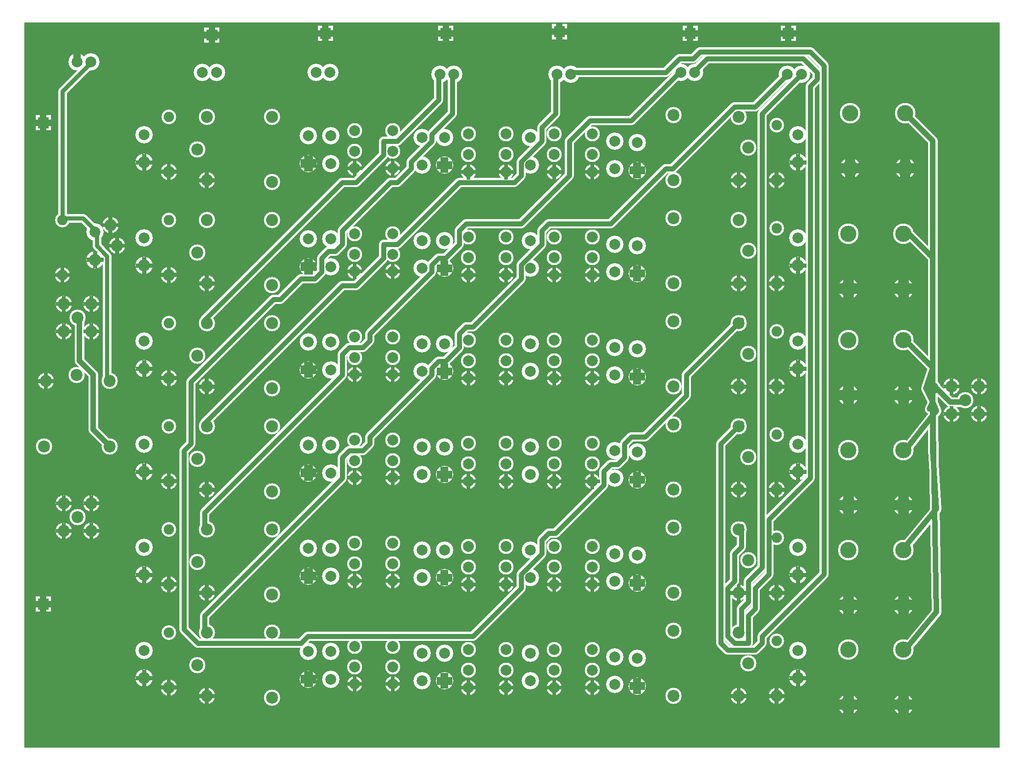
<source format=gbr>
%FSLAX34Y34*%
%MOMM*%
%LNCOPPER_TOP*%
G71*
G01*
%ADD10C,3.200*%
%ADD11C,2.800*%
%ADD12C,2.700*%
%ADD13C,3.000*%
%ADD14C,2.800*%
%ADD15C,2.800*%
%ADD16C,3.000*%
%ADD17C,1.600*%
%ADD18C,1.700*%
%ADD19C,3.800*%
%ADD20C,1.800*%
%ADD21C,0.667*%
%ADD22C,1.340*%
%ADD23C,0.813*%
%ADD24C,1.193*%
%ADD25C,0.733*%
%ADD26C,1.607*%
%ADD27C,1.447*%
%ADD28C,1.920*%
%ADD29C,2.000*%
%ADD30C,1.900*%
%ADD31C,2.200*%
%ADD32C,2.000*%
%ADD33C,2.000*%
%ADD34C,4.300*%
%ADD35C,2.200*%
%ADD36C,0.800*%
%ADD37C,0.900*%
%ADD38C,3.000*%
%ADD39C,1.000*%
%LPD*%
G36*
X-6350Y15750D02*
X1793650Y15750D01*
X1793650Y-1324250D01*
X-6350Y-1324250D01*
X-6350Y15750D01*
G37*
%LPC*%
X322400Y-76925D02*
G54D10*
D03*
X347900Y-76925D02*
G54D10*
D03*
X531950Y-76925D02*
G54D10*
D03*
X557450Y-76925D02*
G54D10*
D03*
X603250Y-184150D02*
G54D11*
D03*
X673100Y-184150D02*
G54D11*
D03*
X603250Y-254000D02*
G54D11*
D03*
X673100Y-254000D02*
G54D11*
D03*
X673100Y-222250D02*
G54D11*
D03*
X603250Y-222250D02*
G54D11*
D03*
X260350Y-260350D02*
G54D12*
D03*
X260350Y-158750D02*
G54D12*
D03*
X760550Y-80100D02*
G54D10*
D03*
X786050Y-80100D02*
G54D10*
D03*
X976450Y-80100D02*
G54D10*
D03*
X1001950Y-80100D02*
G54D10*
D03*
X66650Y-504850D02*
G54D13*
D03*
X117450Y-504850D02*
G54D13*
D03*
X92050Y-530250D02*
G54D13*
D03*
X117450Y-555650D02*
G54D13*
D03*
X66650Y-555650D02*
G54D13*
D03*
X66650Y-873150D02*
G54D13*
D03*
X117450Y-873150D02*
G54D13*
D03*
X92050Y-898550D02*
G54D13*
D03*
X117450Y-923950D02*
G54D13*
D03*
X66650Y-923950D02*
G54D13*
D03*
X603250Y-254000D02*
G54D14*
D03*
X673100Y-254000D02*
G54D14*
D03*
X66650Y-504850D02*
G54D14*
D03*
X117450Y-504850D02*
G54D14*
D03*
X66650Y-555650D02*
G54D14*
D03*
X117450Y-555650D02*
G54D14*
D03*
X66650Y-873150D02*
G54D15*
D03*
X117450Y-873150D02*
G54D14*
D03*
X66650Y-923950D02*
G54D14*
D03*
X117450Y-923950D02*
G54D14*
D03*
X63500Y-450850D02*
G54D12*
D03*
X63500Y-349250D02*
G54D12*
D03*
X124127Y-371877D02*
G54D10*
D03*
X124240Y-422858D02*
G54D10*
D03*
X90625Y-57875D02*
G54D10*
D03*
X116125Y-57875D02*
G54D10*
D03*
X63500Y-450850D02*
G54D14*
D03*
G36*
X535250Y9250D02*
X563250Y9250D01*
X563250Y-18750D01*
X535250Y-18750D01*
X535250Y9250D01*
G37*
G36*
X757500Y9250D02*
X785500Y9250D01*
X785500Y-18750D01*
X757500Y-18750D01*
X757500Y9250D01*
G37*
G36*
X967050Y12425D02*
X995050Y12425D01*
X995050Y-15575D01*
X967050Y-15575D01*
X967050Y12425D01*
G37*
G36*
X1208350Y9250D02*
X1236350Y9250D01*
X1236350Y-18750D01*
X1208350Y-18750D01*
X1208350Y9250D01*
G37*
G36*
X1389325Y9250D02*
X1417325Y9250D01*
X1417325Y-18750D01*
X1389325Y-18750D01*
X1389325Y9250D01*
G37*
G36*
X42550Y-155850D02*
X42550Y-183850D01*
X14550Y-183850D01*
X14550Y-155850D01*
X42550Y-155850D01*
G37*
G36*
X42550Y-1044850D02*
X42550Y-1072850D01*
X14550Y-1072850D01*
X14550Y-1044850D01*
X42550Y-1044850D01*
G37*
X450850Y-279400D02*
G54D13*
D03*
X330200Y-276226D02*
G54D13*
D03*
X450850Y-158750D02*
G54D13*
D03*
X330200Y-158750D02*
G54D13*
D03*
X312738Y-219075D02*
G54D13*
D03*
X214776Y-192305D02*
G54D10*
D03*
X214888Y-243285D02*
G54D10*
D03*
X214888Y-243285D02*
G54D13*
D03*
X30003Y-767659D02*
G54D13*
D03*
X33177Y-647009D02*
G54D13*
D03*
X150653Y-767659D02*
G54D13*
D03*
X150653Y-647009D02*
G54D13*
D03*
X90328Y-635896D02*
G54D13*
D03*
X330200Y-276226D02*
G54D16*
D03*
X33177Y-647009D02*
G54D13*
D03*
G54D17*
X150653Y-647009D02*
X152400Y-644650D01*
X146050Y-638300D01*
X146050Y-416050D01*
X127000Y-397000D01*
X127000Y-371600D01*
X124127Y-371877D01*
G54D17*
X116125Y-57875D02*
X114300Y-60450D01*
X63500Y-111250D01*
X63500Y-346200D01*
X63500Y-349250D01*
G54D17*
X124127Y-371877D02*
X127000Y-371600D01*
X101600Y-346200D01*
X63500Y-346200D01*
X63500Y-349250D01*
X260350Y-260350D02*
G54D13*
D03*
X164920Y-397112D02*
G54D13*
D03*
X214888Y-243285D02*
G54D13*
D03*
X260350Y-260350D02*
G54D13*
D03*
X124240Y-422858D02*
G54D13*
D03*
X152400Y-358900D02*
G54D13*
D03*
X517827Y-194077D02*
G54D10*
D03*
X517940Y-245058D02*
G54D10*
D03*
X559102Y-194077D02*
G54D10*
D03*
X559214Y-245058D02*
G54D10*
D03*
X517939Y-245058D02*
G54D14*
D03*
X727377Y-197252D02*
G54D10*
D03*
X727490Y-248232D02*
G54D10*
D03*
X768652Y-197252D02*
G54D10*
D03*
X768764Y-248232D02*
G54D10*
D03*
X768765Y-248233D02*
G54D14*
D03*
X812800Y-190500D02*
G54D11*
D03*
X882650Y-190500D02*
G54D11*
D03*
X812800Y-260350D02*
G54D11*
D03*
X882650Y-260350D02*
G54D11*
D03*
X882650Y-228600D02*
G54D11*
D03*
X812800Y-228600D02*
G54D11*
D03*
X812800Y-260350D02*
G54D14*
D03*
X882650Y-260350D02*
G54D14*
D03*
X927402Y-197252D02*
G54D10*
D03*
X927514Y-248232D02*
G54D10*
D03*
X971550Y-190500D02*
G54D11*
D03*
X1041400Y-190500D02*
G54D11*
D03*
X971550Y-260350D02*
G54D11*
D03*
X1041400Y-260350D02*
G54D11*
D03*
X1041400Y-228600D02*
G54D11*
D03*
X971550Y-228600D02*
G54D11*
D03*
X971550Y-260350D02*
G54D14*
D03*
X1041400Y-260350D02*
G54D14*
D03*
X1082977Y-203602D02*
G54D10*
D03*
X1083090Y-254582D02*
G54D10*
D03*
X1124252Y-206777D02*
G54D10*
D03*
X1124364Y-257758D02*
G54D10*
D03*
X1124365Y-257758D02*
G54D14*
D03*
X1381636Y-174734D02*
G54D12*
D03*
X1381636Y-276334D02*
G54D12*
D03*
X1191136Y-155684D02*
G54D13*
D03*
X1311786Y-158858D02*
G54D13*
D03*
X1191136Y-276334D02*
G54D13*
D03*
X1311786Y-276334D02*
G54D13*
D03*
X1329248Y-216010D02*
G54D13*
D03*
X1311786Y-276334D02*
G54D16*
D03*
X1421276Y-192305D02*
G54D10*
D03*
X1421388Y-243285D02*
G54D10*
D03*
X1421388Y-243285D02*
G54D13*
D03*
X1421388Y-243285D02*
G54D13*
D03*
X1381636Y-276334D02*
G54D13*
D03*
X603250Y-374650D02*
G54D11*
D03*
X673100Y-374650D02*
G54D11*
D03*
X603250Y-444500D02*
G54D11*
D03*
X673100Y-444500D02*
G54D11*
D03*
X673100Y-412750D02*
G54D11*
D03*
X603250Y-412750D02*
G54D11*
D03*
X260350Y-450850D02*
G54D12*
D03*
X260350Y-349250D02*
G54D12*
D03*
X603250Y-444500D02*
G54D14*
D03*
X673100Y-444500D02*
G54D14*
D03*
X450850Y-469900D02*
G54D13*
D03*
X330200Y-466726D02*
G54D13*
D03*
X450850Y-349250D02*
G54D13*
D03*
X330200Y-349250D02*
G54D13*
D03*
X312738Y-409575D02*
G54D13*
D03*
X214776Y-382805D02*
G54D10*
D03*
X214888Y-433785D02*
G54D10*
D03*
X214888Y-433785D02*
G54D13*
D03*
X330200Y-466726D02*
G54D16*
D03*
X260350Y-450850D02*
G54D13*
D03*
X214888Y-433785D02*
G54D13*
D03*
X260350Y-450850D02*
G54D13*
D03*
X517827Y-384577D02*
G54D10*
D03*
X517940Y-435558D02*
G54D10*
D03*
X559102Y-384577D02*
G54D10*
D03*
X559214Y-435558D02*
G54D10*
D03*
X517939Y-435558D02*
G54D14*
D03*
X727377Y-387752D02*
G54D10*
D03*
X727490Y-438732D02*
G54D10*
D03*
X768652Y-387752D02*
G54D10*
D03*
X768764Y-438732D02*
G54D10*
D03*
X768765Y-438733D02*
G54D14*
D03*
X812800Y-381000D02*
G54D11*
D03*
X882650Y-381000D02*
G54D11*
D03*
X812800Y-450850D02*
G54D11*
D03*
X882650Y-450850D02*
G54D11*
D03*
X882650Y-419100D02*
G54D11*
D03*
X812800Y-419100D02*
G54D11*
D03*
X812800Y-450850D02*
G54D14*
D03*
X882650Y-450850D02*
G54D14*
D03*
X927402Y-387752D02*
G54D10*
D03*
X927514Y-438732D02*
G54D10*
D03*
X971550Y-381000D02*
G54D11*
D03*
X1041400Y-381000D02*
G54D11*
D03*
X971550Y-450850D02*
G54D11*
D03*
X1041400Y-450850D02*
G54D11*
D03*
X1041400Y-419100D02*
G54D11*
D03*
X971550Y-419100D02*
G54D11*
D03*
X971550Y-450850D02*
G54D14*
D03*
X1041400Y-450850D02*
G54D14*
D03*
X1082977Y-394102D02*
G54D10*
D03*
X1083090Y-445082D02*
G54D10*
D03*
X1124252Y-397277D02*
G54D10*
D03*
X1124364Y-448258D02*
G54D10*
D03*
X1124365Y-448258D02*
G54D14*
D03*
X1381636Y-365234D02*
G54D12*
D03*
X1381636Y-466834D02*
G54D12*
D03*
X1191136Y-346184D02*
G54D13*
D03*
X1311786Y-349358D02*
G54D13*
D03*
X1191136Y-466834D02*
G54D13*
D03*
X1311786Y-466834D02*
G54D13*
D03*
X1329248Y-406510D02*
G54D13*
D03*
X1311786Y-466834D02*
G54D16*
D03*
X1421276Y-382805D02*
G54D10*
D03*
X1421388Y-433785D02*
G54D10*
D03*
X1421388Y-433785D02*
G54D13*
D03*
X1421388Y-433785D02*
G54D13*
D03*
X1381636Y-466834D02*
G54D13*
D03*
X603250Y-565150D02*
G54D11*
D03*
X673100Y-565150D02*
G54D11*
D03*
X603250Y-635000D02*
G54D11*
D03*
X673100Y-635000D02*
G54D11*
D03*
X673100Y-603250D02*
G54D11*
D03*
X603250Y-603250D02*
G54D11*
D03*
X260350Y-641350D02*
G54D12*
D03*
X260350Y-539750D02*
G54D12*
D03*
X603250Y-635000D02*
G54D14*
D03*
X673100Y-635000D02*
G54D14*
D03*
X450850Y-660400D02*
G54D13*
D03*
X330200Y-657226D02*
G54D13*
D03*
X450850Y-539750D02*
G54D13*
D03*
X330200Y-539750D02*
G54D13*
D03*
X312738Y-600075D02*
G54D13*
D03*
X214776Y-573305D02*
G54D10*
D03*
X214888Y-624285D02*
G54D10*
D03*
X214888Y-624285D02*
G54D13*
D03*
X330200Y-657226D02*
G54D16*
D03*
X260350Y-641350D02*
G54D13*
D03*
X214888Y-624285D02*
G54D13*
D03*
X260350Y-641350D02*
G54D13*
D03*
X517827Y-575077D02*
G54D10*
D03*
X517940Y-626058D02*
G54D10*
D03*
X559102Y-575077D02*
G54D10*
D03*
X559214Y-626058D02*
G54D10*
D03*
X517939Y-626058D02*
G54D14*
D03*
X727377Y-578252D02*
G54D10*
D03*
X727490Y-629232D02*
G54D10*
D03*
X768652Y-578252D02*
G54D10*
D03*
X768764Y-629232D02*
G54D10*
D03*
X768765Y-629233D02*
G54D14*
D03*
X812800Y-571500D02*
G54D11*
D03*
X882650Y-571500D02*
G54D11*
D03*
X812800Y-641350D02*
G54D11*
D03*
X882650Y-641350D02*
G54D11*
D03*
X882650Y-609600D02*
G54D11*
D03*
X812800Y-609600D02*
G54D11*
D03*
X812800Y-641350D02*
G54D14*
D03*
X882650Y-641350D02*
G54D14*
D03*
X927402Y-578252D02*
G54D10*
D03*
X927514Y-629232D02*
G54D10*
D03*
X971550Y-571500D02*
G54D11*
D03*
X1041400Y-571500D02*
G54D11*
D03*
X971550Y-641350D02*
G54D11*
D03*
X1041400Y-641350D02*
G54D11*
D03*
X1041400Y-609600D02*
G54D11*
D03*
X971550Y-609600D02*
G54D11*
D03*
X971550Y-641350D02*
G54D14*
D03*
X1041400Y-641350D02*
G54D14*
D03*
X1082977Y-584602D02*
G54D10*
D03*
X1083090Y-635582D02*
G54D10*
D03*
X1124252Y-587777D02*
G54D10*
D03*
X1124364Y-638758D02*
G54D10*
D03*
X1124365Y-638758D02*
G54D14*
D03*
X1381636Y-555734D02*
G54D12*
D03*
X1381636Y-657334D02*
G54D12*
D03*
X1191136Y-536684D02*
G54D13*
D03*
X1311786Y-539858D02*
G54D13*
D03*
X1191136Y-657334D02*
G54D13*
D03*
X1311786Y-657334D02*
G54D13*
D03*
X1329248Y-597010D02*
G54D13*
D03*
X1311786Y-657334D02*
G54D16*
D03*
X1421276Y-573305D02*
G54D10*
D03*
X1421388Y-624285D02*
G54D10*
D03*
X1421388Y-624285D02*
G54D13*
D03*
X1421388Y-624285D02*
G54D13*
D03*
X1381636Y-657334D02*
G54D13*
D03*
X603250Y-755650D02*
G54D11*
D03*
X673100Y-755650D02*
G54D11*
D03*
X603250Y-825500D02*
G54D11*
D03*
X673100Y-825500D02*
G54D11*
D03*
X673100Y-793750D02*
G54D11*
D03*
X603250Y-793750D02*
G54D11*
D03*
X260350Y-831850D02*
G54D12*
D03*
X260350Y-730250D02*
G54D12*
D03*
X603250Y-825500D02*
G54D14*
D03*
X673100Y-825500D02*
G54D14*
D03*
X450850Y-850900D02*
G54D13*
D03*
X330200Y-847726D02*
G54D13*
D03*
X450850Y-730250D02*
G54D13*
D03*
X330200Y-730250D02*
G54D13*
D03*
X312738Y-790575D02*
G54D13*
D03*
X214776Y-763804D02*
G54D10*
D03*
X214888Y-814785D02*
G54D10*
D03*
X214888Y-814785D02*
G54D13*
D03*
X330200Y-847726D02*
G54D16*
D03*
X260350Y-831850D02*
G54D13*
D03*
X214888Y-814785D02*
G54D13*
D03*
X260350Y-831850D02*
G54D13*
D03*
X517827Y-765577D02*
G54D10*
D03*
X517940Y-816558D02*
G54D10*
D03*
X559102Y-765577D02*
G54D10*
D03*
X559214Y-816558D02*
G54D10*
D03*
X517939Y-816558D02*
G54D14*
D03*
X727377Y-768752D02*
G54D10*
D03*
X727490Y-819732D02*
G54D10*
D03*
X768652Y-768752D02*
G54D10*
D03*
X768764Y-819732D02*
G54D10*
D03*
X768765Y-819733D02*
G54D14*
D03*
X812800Y-762000D02*
G54D11*
D03*
X882650Y-762000D02*
G54D11*
D03*
X812800Y-831850D02*
G54D11*
D03*
X882650Y-831850D02*
G54D11*
D03*
X882650Y-800100D02*
G54D11*
D03*
X812800Y-800100D02*
G54D11*
D03*
X812800Y-831850D02*
G54D14*
D03*
X882650Y-831850D02*
G54D14*
D03*
X927402Y-768752D02*
G54D10*
D03*
X927514Y-819732D02*
G54D10*
D03*
X971550Y-762000D02*
G54D11*
D03*
X1041400Y-762000D02*
G54D11*
D03*
X971550Y-831850D02*
G54D11*
D03*
X1041400Y-831850D02*
G54D11*
D03*
X1041400Y-800100D02*
G54D11*
D03*
X971550Y-800100D02*
G54D11*
D03*
X971550Y-831850D02*
G54D14*
D03*
X1041400Y-831850D02*
G54D14*
D03*
X1082977Y-775102D02*
G54D10*
D03*
X1083090Y-826082D02*
G54D10*
D03*
X1124252Y-778277D02*
G54D10*
D03*
X1124364Y-829258D02*
G54D10*
D03*
X1124365Y-829258D02*
G54D14*
D03*
X1381636Y-746234D02*
G54D12*
D03*
X1381636Y-847834D02*
G54D12*
D03*
X1191136Y-727184D02*
G54D13*
D03*
X1311786Y-730358D02*
G54D13*
D03*
X1191136Y-847834D02*
G54D13*
D03*
X1311786Y-847834D02*
G54D13*
D03*
X1329248Y-787510D02*
G54D13*
D03*
X1311786Y-847834D02*
G54D16*
D03*
X1421276Y-763804D02*
G54D10*
D03*
X1421388Y-814785D02*
G54D10*
D03*
X1421388Y-814785D02*
G54D13*
D03*
X1421388Y-814785D02*
G54D13*
D03*
X1381636Y-847834D02*
G54D13*
D03*
X603250Y-946150D02*
G54D11*
D03*
X673100Y-946150D02*
G54D11*
D03*
X603250Y-1016000D02*
G54D11*
D03*
X673100Y-1016000D02*
G54D11*
D03*
X673100Y-984250D02*
G54D11*
D03*
X603250Y-984250D02*
G54D11*
D03*
X260350Y-1022350D02*
G54D12*
D03*
X260350Y-920750D02*
G54D12*
D03*
X603250Y-1016000D02*
G54D14*
D03*
X673100Y-1016000D02*
G54D14*
D03*
X450850Y-1041400D02*
G54D13*
D03*
X330200Y-1038226D02*
G54D13*
D03*
X450850Y-920750D02*
G54D13*
D03*
X330200Y-920750D02*
G54D13*
D03*
X312738Y-981075D02*
G54D13*
D03*
X214776Y-954304D02*
G54D10*
D03*
X214888Y-1005285D02*
G54D10*
D03*
X214888Y-1005285D02*
G54D13*
D03*
X330200Y-1038226D02*
G54D16*
D03*
X260350Y-1022350D02*
G54D13*
D03*
X214888Y-1005285D02*
G54D13*
D03*
X260350Y-1022350D02*
G54D13*
D03*
X517827Y-956077D02*
G54D10*
D03*
X517940Y-1007058D02*
G54D10*
D03*
X559102Y-956077D02*
G54D10*
D03*
X559214Y-1007058D02*
G54D10*
D03*
X517939Y-1007058D02*
G54D14*
D03*
X727377Y-959252D02*
G54D10*
D03*
X727490Y-1010232D02*
G54D10*
D03*
X768652Y-959252D02*
G54D10*
D03*
X768764Y-1010232D02*
G54D10*
D03*
X768765Y-1010233D02*
G54D14*
D03*
X812800Y-952500D02*
G54D11*
D03*
X882650Y-952500D02*
G54D11*
D03*
X812800Y-1022350D02*
G54D11*
D03*
X882650Y-1022350D02*
G54D11*
D03*
X882650Y-990600D02*
G54D11*
D03*
X812800Y-990600D02*
G54D11*
D03*
X812800Y-1022350D02*
G54D14*
D03*
X882650Y-1022350D02*
G54D14*
D03*
X927402Y-959252D02*
G54D10*
D03*
X927514Y-1010232D02*
G54D10*
D03*
X971550Y-952500D02*
G54D11*
D03*
X1041400Y-952500D02*
G54D11*
D03*
X971550Y-1022350D02*
G54D11*
D03*
X1041400Y-1022350D02*
G54D11*
D03*
X1041400Y-990600D02*
G54D11*
D03*
X971550Y-990600D02*
G54D11*
D03*
X971550Y-1022350D02*
G54D14*
D03*
X1041400Y-1022350D02*
G54D14*
D03*
X1082977Y-965602D02*
G54D10*
D03*
X1083090Y-1016582D02*
G54D10*
D03*
X1124252Y-968777D02*
G54D10*
D03*
X1124364Y-1019758D02*
G54D10*
D03*
X1124365Y-1019758D02*
G54D14*
D03*
X1381636Y-936734D02*
G54D12*
D03*
X1381636Y-1038334D02*
G54D12*
D03*
X1191136Y-917684D02*
G54D13*
D03*
X1311786Y-920858D02*
G54D13*
D03*
X1191136Y-1038334D02*
G54D13*
D03*
X1311786Y-1038334D02*
G54D13*
D03*
X1329248Y-978010D02*
G54D13*
D03*
X1311786Y-1038334D02*
G54D16*
D03*
X1421276Y-954304D02*
G54D10*
D03*
X1421388Y-1005285D02*
G54D10*
D03*
X1421388Y-1005285D02*
G54D13*
D03*
X1421388Y-1005285D02*
G54D13*
D03*
X1381636Y-1038334D02*
G54D13*
D03*
X603250Y-1136650D02*
G54D11*
D03*
X673100Y-1136650D02*
G54D11*
D03*
X603250Y-1206500D02*
G54D11*
D03*
X673100Y-1206500D02*
G54D11*
D03*
X673100Y-1174750D02*
G54D11*
D03*
X603250Y-1174750D02*
G54D11*
D03*
X260350Y-1212850D02*
G54D12*
D03*
X260350Y-1111250D02*
G54D12*
D03*
X603250Y-1206500D02*
G54D14*
D03*
X673100Y-1206500D02*
G54D14*
D03*
X450850Y-1231900D02*
G54D13*
D03*
X330200Y-1228726D02*
G54D13*
D03*
X450850Y-1111250D02*
G54D13*
D03*
X330200Y-1111250D02*
G54D13*
D03*
X312738Y-1171575D02*
G54D13*
D03*
X214776Y-1144804D02*
G54D10*
D03*
X214888Y-1195785D02*
G54D10*
D03*
X214888Y-1195785D02*
G54D13*
D03*
X330200Y-1228726D02*
G54D16*
D03*
X260350Y-1212850D02*
G54D13*
D03*
X214888Y-1195785D02*
G54D13*
D03*
X260350Y-1212850D02*
G54D13*
D03*
X517827Y-1146577D02*
G54D10*
D03*
X517940Y-1197558D02*
G54D10*
D03*
X559102Y-1146577D02*
G54D10*
D03*
X559214Y-1197558D02*
G54D10*
D03*
X517939Y-1197558D02*
G54D14*
D03*
X727377Y-1149752D02*
G54D10*
D03*
X727490Y-1200732D02*
G54D10*
D03*
X768652Y-1149752D02*
G54D10*
D03*
X768764Y-1200732D02*
G54D10*
D03*
X768765Y-1200733D02*
G54D14*
D03*
X812800Y-1143000D02*
G54D11*
D03*
X882650Y-1143000D02*
G54D11*
D03*
X812800Y-1212850D02*
G54D11*
D03*
X882650Y-1212850D02*
G54D11*
D03*
X882650Y-1181100D02*
G54D11*
D03*
X812800Y-1181100D02*
G54D11*
D03*
X812800Y-1212850D02*
G54D14*
D03*
X882650Y-1212850D02*
G54D14*
D03*
X927402Y-1149752D02*
G54D10*
D03*
X927514Y-1200732D02*
G54D10*
D03*
X971550Y-1143000D02*
G54D11*
D03*
X1041400Y-1143000D02*
G54D11*
D03*
X971550Y-1212850D02*
G54D11*
D03*
X1041400Y-1212850D02*
G54D11*
D03*
X1041400Y-1181100D02*
G54D11*
D03*
X971550Y-1181100D02*
G54D11*
D03*
X971550Y-1212850D02*
G54D14*
D03*
X1041400Y-1212850D02*
G54D14*
D03*
X1082977Y-1156102D02*
G54D10*
D03*
X1083090Y-1207082D02*
G54D10*
D03*
X1124252Y-1159277D02*
G54D10*
D03*
X1124364Y-1210258D02*
G54D10*
D03*
X1124365Y-1210258D02*
G54D14*
D03*
X1381636Y-1127234D02*
G54D12*
D03*
X1381636Y-1228834D02*
G54D12*
D03*
X1191136Y-1108184D02*
G54D13*
D03*
X1311786Y-1111358D02*
G54D13*
D03*
X1191136Y-1228834D02*
G54D13*
D03*
X1311786Y-1228834D02*
G54D13*
D03*
X1329248Y-1168510D02*
G54D13*
D03*
X1311786Y-1228834D02*
G54D16*
D03*
X1421276Y-1144804D02*
G54D10*
D03*
X1421388Y-1195785D02*
G54D10*
D03*
X1421388Y-1195785D02*
G54D13*
D03*
X1421388Y-1195785D02*
G54D13*
D03*
X1381636Y-1228834D02*
G54D13*
D03*
X1205050Y-76925D02*
G54D10*
D03*
X1230550Y-76925D02*
G54D10*
D03*
X1401900Y-80100D02*
G54D10*
D03*
X1427400Y-80100D02*
G54D10*
D03*
G54D18*
X1401900Y-80100D02*
X1405594Y-76812D01*
X1342094Y-140312D01*
X1303994Y-140312D01*
X1189694Y-254612D01*
X1176994Y-254612D01*
X1075394Y-356212D01*
X961094Y-356212D01*
X948394Y-368912D01*
X948394Y-394312D01*
X910294Y-432412D01*
X910294Y-457812D01*
X821394Y-546712D01*
X808694Y-546712D01*
X795994Y-559412D01*
X795994Y-584812D01*
X770594Y-610212D01*
X757894Y-610212D01*
X745194Y-622912D01*
X745194Y-635612D01*
X630894Y-749912D01*
X630894Y-762612D01*
X618194Y-775312D01*
X592794Y-775312D01*
X580094Y-788012D01*
X580094Y-826112D01*
X326094Y-1080112D01*
X326094Y-1105512D01*
X330200Y-1111250D01*
G54D18*
X1427400Y-80100D02*
X1430994Y-76812D01*
X1354794Y-153012D01*
X1354794Y-991212D01*
X1329394Y-1016612D01*
X1329394Y-1054712D01*
X1316694Y-1067412D01*
X1316694Y-1105512D01*
X1311786Y-1111358D01*
G54D18*
X1230550Y-76925D02*
X1227794Y-76812D01*
X1253194Y-51412D01*
X1430994Y-51412D01*
X1456394Y-76812D01*
X1456394Y-89512D01*
X1443694Y-102212D01*
X1443694Y-826112D01*
X1367494Y-902312D01*
X1367494Y-1003912D01*
X1342094Y-1029312D01*
X1342094Y-1067412D01*
X1329394Y-1080112D01*
X1329394Y-1130912D01*
X1303994Y-1130912D01*
X1291294Y-1118212D01*
X1291294Y-1029312D01*
X1303994Y-1016612D01*
X1303994Y-965812D01*
X1316694Y-953112D01*
X1316694Y-915012D01*
X1311786Y-920858D01*
G54D18*
X1311786Y-730358D02*
X1316694Y-724512D01*
X1278594Y-762612D01*
X1278594Y-1130912D01*
X1291294Y-1143612D01*
X1342094Y-1143612D01*
X1354794Y-1130912D01*
X1354794Y-1118212D01*
X1469094Y-1003912D01*
X1469094Y-64112D01*
X1443694Y-38712D01*
X1240494Y-38712D01*
X1227794Y-51412D01*
X1202394Y-51412D01*
X1176994Y-76812D01*
X999194Y-76812D01*
X1001950Y-80100D01*
G54D18*
X330200Y-730250D02*
X326094Y-724512D01*
X580094Y-470512D01*
X605494Y-470512D01*
X656294Y-419712D01*
X656294Y-394312D01*
X681694Y-394312D01*
X795994Y-280012D01*
X897594Y-280012D01*
X910294Y-267312D01*
X910294Y-241912D01*
X948394Y-203812D01*
X948394Y-178412D01*
X973794Y-153012D01*
X973794Y-76812D01*
X976450Y-80100D01*
G54D18*
X1311786Y-539858D02*
X1316694Y-534012D01*
X1215094Y-635612D01*
X1215094Y-673712D01*
X1138894Y-749912D01*
X1113494Y-749912D01*
X1100794Y-762612D01*
X1100794Y-788012D01*
X1088094Y-800712D01*
X1075394Y-800712D01*
X1062694Y-813412D01*
X1062694Y-838812D01*
X973794Y-927712D01*
X961094Y-927712D01*
X948394Y-940412D01*
X948394Y-965812D01*
X910294Y-1003912D01*
X910294Y-1029312D01*
X821394Y-1118212D01*
X516594Y-1118212D01*
X503894Y-1130912D01*
X313394Y-1130912D01*
X287994Y-1105512D01*
X287994Y-775312D01*
X300694Y-762612D01*
X300694Y-648312D01*
X453094Y-495912D01*
X465794Y-495912D01*
X503894Y-457812D01*
X529294Y-457812D01*
X541994Y-445112D01*
X541994Y-419712D01*
X554694Y-407012D01*
X567394Y-407012D01*
X580094Y-394312D01*
X580094Y-368912D01*
X668994Y-280012D01*
X681694Y-280012D01*
X707094Y-254612D01*
X707094Y-241912D01*
X745194Y-203812D01*
X745194Y-191112D01*
X783294Y-153012D01*
X783294Y-76812D01*
X786050Y-80100D01*
G54D18*
X330200Y-539750D02*
X326094Y-534012D01*
X580094Y-280012D01*
X605494Y-280012D01*
X656294Y-229212D01*
X656294Y-203812D01*
X681694Y-203812D01*
X757894Y-127612D01*
X757894Y-76812D01*
X760550Y-80100D01*
G54D18*
X1205050Y-76925D02*
X1202394Y-76812D01*
X1113494Y-165712D01*
X1037294Y-165712D01*
X999194Y-203812D01*
X999194Y-267312D01*
X910294Y-356212D01*
X808694Y-356212D01*
X795994Y-368912D01*
X795994Y-394312D01*
X770594Y-419712D01*
X757894Y-419712D01*
X745194Y-432412D01*
X745194Y-445112D01*
X630894Y-559412D01*
X630894Y-572112D01*
X618194Y-584812D01*
X592794Y-584812D01*
X580094Y-597512D01*
X580094Y-635612D01*
X326094Y-889612D01*
X326094Y-915012D01*
X330200Y-920750D01*
X1517650Y-152400D02*
G54D19*
D03*
X1619250Y-152400D02*
G54D13*
D03*
X1619250Y-152400D02*
G54D19*
D03*
X1517650Y-152400D02*
G54D19*
D03*
X1517650Y-254000D02*
G54D13*
D03*
X1517650Y-254000D02*
G54D19*
D03*
X1619250Y-152400D02*
G54D19*
D03*
X1619250Y-254000D02*
G54D13*
D03*
X1619250Y-254000D02*
G54D19*
D03*
X1514475Y-374650D02*
G54D19*
D03*
X1616075Y-374650D02*
G54D13*
D03*
X1616075Y-374650D02*
G54D19*
D03*
X1514475Y-374650D02*
G54D19*
D03*
X1514475Y-476250D02*
G54D13*
D03*
X1514475Y-476250D02*
G54D19*
D03*
X1616075Y-374650D02*
G54D19*
D03*
X1616075Y-476250D02*
G54D13*
D03*
X1616075Y-476250D02*
G54D19*
D03*
X1514475Y-571500D02*
G54D19*
D03*
X1616075Y-571500D02*
G54D13*
D03*
X1616075Y-571500D02*
G54D19*
D03*
X1514475Y-571500D02*
G54D19*
D03*
X1514475Y-673100D02*
G54D13*
D03*
X1514475Y-673100D02*
G54D19*
D03*
X1616075Y-571500D02*
G54D19*
D03*
X1616075Y-673100D02*
G54D13*
D03*
X1616075Y-673100D02*
G54D19*
D03*
X1514475Y-774700D02*
G54D19*
D03*
X1616075Y-774700D02*
G54D13*
D03*
X1616075Y-774700D02*
G54D19*
D03*
X1514475Y-774700D02*
G54D19*
D03*
X1514475Y-876300D02*
G54D13*
D03*
X1514475Y-876300D02*
G54D19*
D03*
X1616075Y-774700D02*
G54D19*
D03*
X1616075Y-876300D02*
G54D13*
D03*
X1616075Y-876300D02*
G54D19*
D03*
X1514475Y-958850D02*
G54D19*
D03*
X1616075Y-958850D02*
G54D13*
D03*
X1616075Y-958850D02*
G54D19*
D03*
X1514475Y-958850D02*
G54D19*
D03*
X1514475Y-1060450D02*
G54D13*
D03*
X1514475Y-1060450D02*
G54D19*
D03*
X1616075Y-958850D02*
G54D19*
D03*
X1616075Y-1060450D02*
G54D13*
D03*
X1616075Y-1060450D02*
G54D19*
D03*
X1514475Y-1143000D02*
G54D19*
D03*
X1616075Y-1143000D02*
G54D13*
D03*
X1616075Y-1143000D02*
G54D19*
D03*
X1514475Y-1143000D02*
G54D19*
D03*
X1514475Y-1244600D02*
G54D13*
D03*
X1514475Y-1244600D02*
G54D19*
D03*
X1616075Y-1143000D02*
G54D19*
D03*
X1616075Y-1244600D02*
G54D13*
D03*
X1616075Y-1244600D02*
G54D19*
D03*
X1517650Y-254000D02*
G54D19*
D03*
X1619250Y-254000D02*
G54D19*
D03*
X1514475Y-476250D02*
G54D19*
D03*
X1616075Y-476250D02*
G54D19*
D03*
X1514475Y-673100D02*
G54D19*
D03*
X1616075Y-673100D02*
G54D19*
D03*
X1514475Y-876300D02*
G54D19*
D03*
X1616075Y-876300D02*
G54D19*
D03*
X1514475Y-1060450D02*
G54D19*
D03*
X1616075Y-1060450D02*
G54D19*
D03*
X1514475Y-1244600D02*
G54D19*
D03*
X1616075Y-1244600D02*
G54D19*
D03*
G54D20*
X1619250Y-152400D02*
X1670050Y-203200D01*
X1670050Y-635000D01*
X1663700Y-673100D01*
X1670050Y-685800D01*
G54D20*
X1616075Y-374650D02*
X1619250Y-368300D01*
X1670050Y-419100D01*
X1670050Y-685800D01*
X1676400Y-701800D01*
G54D20*
X1616075Y-571500D02*
X1619250Y-571500D01*
X1670050Y-622300D01*
X1657350Y-660400D01*
X1670050Y-685800D01*
X1670050Y-736600D01*
G54D20*
X1616075Y-774700D02*
X1619250Y-774700D01*
X1676400Y-701800D01*
X1670050Y-685800D01*
X1670050Y-635000D01*
G54D20*
X1616075Y-958850D02*
X1619250Y-952500D01*
X1676400Y-882650D01*
X1670050Y-774700D01*
X1670050Y-647700D01*
G54D20*
X1616075Y-1143000D02*
X1619250Y-1143000D01*
X1676400Y-1073150D01*
X1670050Y-685800D01*
X1663700Y-698500D01*
G54D20*
X150653Y-767659D02*
X146050Y-762000D01*
X120650Y-736600D01*
X120650Y-635000D01*
X95250Y-609600D01*
X95250Y-533400D01*
X92050Y-530250D01*
G36*
X325700Y6075D02*
X353700Y6075D01*
X353700Y-21925D01*
X325700Y-21925D01*
X325700Y6075D01*
G37*
X1704950Y-657250D02*
G54D13*
D03*
X1755750Y-657250D02*
G54D13*
D03*
X1730350Y-682650D02*
G54D13*
D03*
X1755750Y-708050D02*
G54D13*
D03*
X1704950Y-708050D02*
G54D13*
D03*
X1704950Y-657250D02*
G54D15*
D03*
X1755750Y-657250D02*
G54D14*
D03*
X1704950Y-708050D02*
G54D14*
D03*
X1755750Y-708050D02*
G54D14*
D03*
X1670050Y-660400D02*
G54D13*
D03*
G54D20*
X1670050Y-660400D02*
X1676400Y-660400D01*
X1701800Y-685800D01*
X1727200Y-685800D01*
X1730350Y-682650D01*
%LPD*%
G54D21*
G36*
X599917Y-254000D02*
X599917Y-239500D01*
X606583Y-239500D01*
X606583Y-254000D01*
X599917Y-254000D01*
G37*
G36*
X603250Y-250667D02*
X617750Y-250667D01*
X617750Y-257333D01*
X603250Y-257333D01*
X603250Y-250667D01*
G37*
G36*
X606583Y-254000D02*
X606583Y-268500D01*
X599917Y-268500D01*
X599917Y-254000D01*
X606583Y-254000D01*
G37*
G36*
X603250Y-257333D02*
X588750Y-257333D01*
X588750Y-250667D01*
X603250Y-250667D01*
X603250Y-257333D01*
G37*
G54D21*
G36*
X669767Y-254000D02*
X669767Y-239500D01*
X676433Y-239500D01*
X676433Y-254000D01*
X669767Y-254000D01*
G37*
G36*
X673100Y-250667D02*
X687600Y-250667D01*
X687600Y-257333D01*
X673100Y-257333D01*
X673100Y-250667D01*
G37*
G36*
X676433Y-254000D02*
X676433Y-268500D01*
X669767Y-268500D01*
X669767Y-254000D01*
X676433Y-254000D01*
G37*
G36*
X673100Y-257333D02*
X658600Y-257333D01*
X658600Y-250667D01*
X673100Y-250667D01*
X673100Y-257333D01*
G37*
G54D21*
G36*
X63317Y-504850D02*
X63317Y-490350D01*
X69983Y-490350D01*
X69983Y-504850D01*
X63317Y-504850D01*
G37*
G36*
X66650Y-501517D02*
X81150Y-501517D01*
X81150Y-508183D01*
X66650Y-508183D01*
X66650Y-501517D01*
G37*
G36*
X69983Y-504850D02*
X69983Y-519350D01*
X63317Y-519350D01*
X63317Y-504850D01*
X69983Y-504850D01*
G37*
G36*
X66650Y-508183D02*
X52150Y-508183D01*
X52150Y-501517D01*
X66650Y-501517D01*
X66650Y-508183D01*
G37*
G54D21*
G36*
X114117Y-504850D02*
X114117Y-490350D01*
X120783Y-490350D01*
X120783Y-504850D01*
X114117Y-504850D01*
G37*
G36*
X117450Y-501517D02*
X131950Y-501517D01*
X131950Y-508183D01*
X117450Y-508183D01*
X117450Y-501517D01*
G37*
G36*
X120783Y-504850D02*
X120783Y-519350D01*
X114117Y-519350D01*
X114117Y-504850D01*
X120783Y-504850D01*
G37*
G36*
X117450Y-508183D02*
X102950Y-508183D01*
X102950Y-501517D01*
X117450Y-501517D01*
X117450Y-508183D01*
G37*
G54D21*
G36*
X63317Y-555650D02*
X63317Y-541150D01*
X69983Y-541150D01*
X69983Y-555650D01*
X63317Y-555650D01*
G37*
G36*
X66650Y-552317D02*
X81150Y-552317D01*
X81150Y-558983D01*
X66650Y-558983D01*
X66650Y-552317D01*
G37*
G36*
X69983Y-555650D02*
X69983Y-570150D01*
X63317Y-570150D01*
X63317Y-555650D01*
X69983Y-555650D01*
G37*
G36*
X66650Y-558983D02*
X52150Y-558983D01*
X52150Y-552317D01*
X66650Y-552317D01*
X66650Y-558983D01*
G37*
G54D21*
G36*
X114117Y-555650D02*
X114117Y-541150D01*
X120783Y-541150D01*
X120783Y-555650D01*
X114117Y-555650D01*
G37*
G36*
X117450Y-552317D02*
X131950Y-552317D01*
X131950Y-558983D01*
X117450Y-558983D01*
X117450Y-552317D01*
G37*
G36*
X120783Y-555650D02*
X120783Y-570150D01*
X114117Y-570150D01*
X114117Y-555650D01*
X120783Y-555650D01*
G37*
G36*
X117450Y-558983D02*
X102950Y-558983D01*
X102950Y-552317D01*
X117450Y-552317D01*
X117450Y-558983D01*
G37*
G54D21*
G36*
X63317Y-873150D02*
X63317Y-858650D01*
X69983Y-858650D01*
X69983Y-873150D01*
X63317Y-873150D01*
G37*
G36*
X66650Y-869817D02*
X81150Y-869817D01*
X81150Y-876483D01*
X66650Y-876483D01*
X66650Y-869817D01*
G37*
G36*
X69983Y-873150D02*
X69983Y-887650D01*
X63317Y-887650D01*
X63317Y-873150D01*
X69983Y-873150D01*
G37*
G36*
X66650Y-876483D02*
X52150Y-876483D01*
X52150Y-869817D01*
X66650Y-869817D01*
X66650Y-876483D01*
G37*
G54D21*
G36*
X114117Y-873150D02*
X114117Y-858650D01*
X120783Y-858650D01*
X120783Y-873150D01*
X114117Y-873150D01*
G37*
G36*
X117450Y-869817D02*
X131950Y-869817D01*
X131950Y-876483D01*
X117450Y-876483D01*
X117450Y-869817D01*
G37*
G36*
X120783Y-873150D02*
X120783Y-887650D01*
X114117Y-887650D01*
X114117Y-873150D01*
X120783Y-873150D01*
G37*
G36*
X117450Y-876483D02*
X102950Y-876483D01*
X102950Y-869817D01*
X117450Y-869817D01*
X117450Y-876483D01*
G37*
G54D21*
G36*
X63317Y-923950D02*
X63317Y-909450D01*
X69983Y-909450D01*
X69983Y-923950D01*
X63317Y-923950D01*
G37*
G36*
X66650Y-920617D02*
X81150Y-920617D01*
X81150Y-927283D01*
X66650Y-927283D01*
X66650Y-920617D01*
G37*
G36*
X69983Y-923950D02*
X69983Y-938450D01*
X63317Y-938450D01*
X63317Y-923950D01*
X69983Y-923950D01*
G37*
G36*
X66650Y-927283D02*
X52150Y-927283D01*
X52150Y-920617D01*
X66650Y-920617D01*
X66650Y-927283D01*
G37*
G54D21*
G36*
X114117Y-923950D02*
X114117Y-909450D01*
X120783Y-909450D01*
X120783Y-923950D01*
X114117Y-923950D01*
G37*
G36*
X117450Y-920617D02*
X131950Y-920617D01*
X131950Y-927283D01*
X117450Y-927283D01*
X117450Y-920617D01*
G37*
G36*
X120783Y-923950D02*
X120783Y-938450D01*
X114117Y-938450D01*
X114117Y-923950D01*
X120783Y-923950D01*
G37*
G36*
X117450Y-927283D02*
X102950Y-927283D01*
X102950Y-920617D01*
X117450Y-920617D01*
X117450Y-927283D01*
G37*
G54D22*
G36*
X83925Y-57875D02*
X83925Y-41375D01*
X97325Y-41375D01*
X97325Y-57875D01*
X83925Y-57875D01*
G37*
G54D23*
G54D21*
G36*
X60167Y-450850D02*
X60167Y-436350D01*
X66833Y-436350D01*
X66833Y-450850D01*
X60167Y-450850D01*
G37*
G36*
X63500Y-447517D02*
X78000Y-447517D01*
X78000Y-454183D01*
X63500Y-454183D01*
X63500Y-447517D01*
G37*
G36*
X66833Y-450850D02*
X66833Y-465350D01*
X60167Y-465350D01*
X60167Y-450850D01*
X66833Y-450850D01*
G37*
G36*
X63500Y-454183D02*
X49000Y-454183D01*
X49000Y-447517D01*
X63500Y-447517D01*
X63500Y-454183D01*
G37*
G54D24*
G36*
X543283Y-4750D02*
X543283Y9750D01*
X555217Y9750D01*
X555217Y-4750D01*
X543283Y-4750D01*
G37*
G36*
X549250Y1217D02*
X563750Y1217D01*
X563750Y-10717D01*
X549250Y-10717D01*
X549250Y1217D01*
G37*
G36*
X555217Y-4750D02*
X555217Y-19250D01*
X543283Y-19250D01*
X543283Y-4750D01*
X555217Y-4750D01*
G37*
G36*
X549250Y-10717D02*
X534750Y-10717D01*
X534750Y1217D01*
X549250Y1217D01*
X549250Y-10717D01*
G37*
G54D24*
G36*
X765533Y-4750D02*
X765533Y9750D01*
X777467Y9750D01*
X777467Y-4750D01*
X765533Y-4750D01*
G37*
G36*
X771500Y1217D02*
X786000Y1217D01*
X786000Y-10717D01*
X771500Y-10717D01*
X771500Y1217D01*
G37*
G36*
X777467Y-4750D02*
X777467Y-19250D01*
X765533Y-19250D01*
X765533Y-4750D01*
X777467Y-4750D01*
G37*
G36*
X771500Y-10717D02*
X757000Y-10717D01*
X757000Y1217D01*
X771500Y1217D01*
X771500Y-10717D01*
G37*
G54D24*
G36*
X975083Y-1575D02*
X975083Y12925D01*
X987017Y12925D01*
X987017Y-1575D01*
X975083Y-1575D01*
G37*
G36*
X981050Y4392D02*
X995550Y4392D01*
X995550Y-7542D01*
X981050Y-7542D01*
X981050Y4392D01*
G37*
G36*
X987017Y-1575D02*
X987017Y-16075D01*
X975083Y-16075D01*
X975083Y-1575D01*
X987017Y-1575D01*
G37*
G36*
X981050Y-7542D02*
X966550Y-7542D01*
X966550Y4392D01*
X981050Y4392D01*
X981050Y-7542D01*
G37*
G54D24*
G36*
X1216383Y-4750D02*
X1216383Y9750D01*
X1228317Y9750D01*
X1228317Y-4750D01*
X1216383Y-4750D01*
G37*
G36*
X1222350Y1217D02*
X1236850Y1217D01*
X1236850Y-10717D01*
X1222350Y-10717D01*
X1222350Y1217D01*
G37*
G36*
X1228317Y-4750D02*
X1228317Y-19250D01*
X1216383Y-19250D01*
X1216383Y-4750D01*
X1228317Y-4750D01*
G37*
G36*
X1222350Y-10717D02*
X1207850Y-10717D01*
X1207850Y1217D01*
X1222350Y1217D01*
X1222350Y-10717D01*
G37*
G54D24*
G36*
X1397358Y-4750D02*
X1397358Y9750D01*
X1409292Y9750D01*
X1409292Y-4750D01*
X1397358Y-4750D01*
G37*
G36*
X1403325Y1217D02*
X1417825Y1217D01*
X1417825Y-10717D01*
X1403325Y-10717D01*
X1403325Y1217D01*
G37*
G36*
X1409292Y-4750D02*
X1409292Y-19250D01*
X1397358Y-19250D01*
X1397358Y-4750D01*
X1409292Y-4750D01*
G37*
G36*
X1403325Y-10717D02*
X1388825Y-10717D01*
X1388825Y1217D01*
X1403325Y1217D01*
X1403325Y-10717D01*
G37*
G54D24*
G36*
X28550Y-163883D02*
X43050Y-163883D01*
X43050Y-175817D01*
X28550Y-175817D01*
X28550Y-163883D01*
G37*
G36*
X34517Y-169850D02*
X34517Y-184350D01*
X22583Y-184350D01*
X22583Y-169850D01*
X34517Y-169850D01*
G37*
G36*
X28550Y-175817D02*
X14050Y-175817D01*
X14050Y-163883D01*
X28550Y-163883D01*
X28550Y-175817D01*
G37*
G36*
X22583Y-169850D02*
X22583Y-155350D01*
X34517Y-155350D01*
X34517Y-169850D01*
X22583Y-169850D01*
G37*
G54D24*
G36*
X28550Y-1052883D02*
X43050Y-1052883D01*
X43050Y-1064817D01*
X28550Y-1064817D01*
X28550Y-1052883D01*
G37*
G36*
X34517Y-1058850D02*
X34517Y-1073350D01*
X22583Y-1073350D01*
X22583Y-1058850D01*
X34517Y-1058850D01*
G37*
G36*
X28550Y-1064817D02*
X14050Y-1064817D01*
X14050Y-1052883D01*
X28550Y-1052883D01*
X28550Y-1064817D01*
G37*
G36*
X22583Y-1058850D02*
X22583Y-1044350D01*
X34517Y-1044350D01*
X34517Y-1058850D01*
X22583Y-1058850D01*
G37*
G54D25*
G36*
X218555Y-243285D02*
X218555Y-258785D01*
X211222Y-258785D01*
X211222Y-243285D01*
X218555Y-243285D01*
G37*
G36*
X214888Y-246952D02*
X199388Y-246952D01*
X199388Y-239618D01*
X214888Y-239618D01*
X214888Y-246952D01*
G37*
G36*
X211222Y-243285D02*
X211222Y-227785D01*
X218555Y-227785D01*
X218555Y-243285D01*
X211222Y-243285D01*
G37*
G36*
X214888Y-239618D02*
X230388Y-239618D01*
X230388Y-246952D01*
X214888Y-246952D01*
X214888Y-239618D01*
G37*
G54D25*
G36*
X326533Y-276226D02*
X326533Y-260726D01*
X333867Y-260726D01*
X333867Y-276226D01*
X326533Y-276226D01*
G37*
G36*
X330200Y-272559D02*
X345700Y-272559D01*
X345700Y-279893D01*
X330200Y-279893D01*
X330200Y-272559D01*
G37*
G36*
X333867Y-276226D02*
X333867Y-291726D01*
X326533Y-291726D01*
X326533Y-276226D01*
X333867Y-276226D01*
G37*
G36*
X330200Y-279893D02*
X314700Y-279893D01*
X314700Y-272559D01*
X330200Y-272559D01*
X330200Y-279893D01*
G37*
G54D25*
G36*
X33177Y-643342D02*
X48677Y-643342D01*
X48677Y-650676D01*
X33177Y-650676D01*
X33177Y-643342D01*
G37*
G36*
X36844Y-647009D02*
X36844Y-662509D01*
X29510Y-662509D01*
X29510Y-647009D01*
X36844Y-647009D01*
G37*
G36*
X33177Y-650676D02*
X17677Y-650676D01*
X17677Y-643342D01*
X33177Y-643342D01*
X33177Y-650676D01*
G37*
G36*
X29510Y-647009D02*
X29510Y-631509D01*
X36844Y-631509D01*
X36844Y-647009D01*
X29510Y-647009D01*
G37*
G54D25*
G36*
X264017Y-260350D02*
X264017Y-275850D01*
X256683Y-275850D01*
X256683Y-260350D01*
X264017Y-260350D01*
G37*
G36*
X260350Y-264017D02*
X244850Y-264017D01*
X244850Y-256683D01*
X260350Y-256683D01*
X260350Y-264017D01*
G37*
G36*
X256683Y-260350D02*
X256683Y-244850D01*
X264017Y-244850D01*
X264017Y-260350D01*
X256683Y-260350D01*
G37*
G36*
X260350Y-256683D02*
X275850Y-256683D01*
X275850Y-264017D01*
X260350Y-264017D01*
X260350Y-256683D01*
G37*
G54D25*
G36*
X168586Y-397112D02*
X168586Y-412612D01*
X161253Y-412612D01*
X161253Y-397112D01*
X168586Y-397112D01*
G37*
G36*
X164920Y-400779D02*
X149420Y-400779D01*
X149420Y-393446D01*
X164920Y-393446D01*
X164920Y-400779D01*
G37*
G36*
X161253Y-397112D02*
X161253Y-381612D01*
X168586Y-381612D01*
X168586Y-397112D01*
X161253Y-397112D01*
G37*
G36*
X164920Y-393446D02*
X180420Y-393446D01*
X180420Y-400779D01*
X164920Y-400779D01*
X164920Y-393446D01*
G37*
G54D25*
G36*
X218555Y-243285D02*
X218555Y-258785D01*
X211222Y-258785D01*
X211222Y-243285D01*
X218555Y-243285D01*
G37*
G36*
X214888Y-246952D02*
X199388Y-246952D01*
X199388Y-239618D01*
X214888Y-239618D01*
X214888Y-246952D01*
G37*
G36*
X211222Y-243285D02*
X211222Y-227785D01*
X218555Y-227785D01*
X218555Y-243285D01*
X211222Y-243285D01*
G37*
G36*
X214888Y-239618D02*
X230388Y-239618D01*
X230388Y-246952D01*
X214888Y-246952D01*
X214888Y-239618D01*
G37*
G54D25*
G36*
X264017Y-260350D02*
X264017Y-275850D01*
X256683Y-275850D01*
X256683Y-260350D01*
X264017Y-260350D01*
G37*
G36*
X260350Y-264017D02*
X244850Y-264017D01*
X244850Y-256683D01*
X260350Y-256683D01*
X260350Y-264017D01*
G37*
G36*
X256683Y-260350D02*
X256683Y-244850D01*
X264017Y-244850D01*
X264017Y-260350D01*
X256683Y-260350D01*
G37*
G36*
X260350Y-256683D02*
X275850Y-256683D01*
X275850Y-264017D01*
X260350Y-264017D01*
X260350Y-256683D01*
G37*
G54D25*
G36*
X127906Y-422858D02*
X127906Y-438358D01*
X120573Y-438358D01*
X120573Y-422858D01*
X127906Y-422858D01*
G37*
G36*
X124240Y-426524D02*
X108740Y-426524D01*
X108740Y-419191D01*
X124240Y-419191D01*
X124240Y-426524D01*
G37*
G36*
X120573Y-422858D02*
X120573Y-407358D01*
X127906Y-407358D01*
X127906Y-422858D01*
X120573Y-422858D01*
G37*
G36*
X124240Y-419191D02*
X139740Y-419191D01*
X139740Y-426524D01*
X124240Y-426524D01*
X124240Y-419191D01*
G37*
G54D25*
G36*
X156067Y-358900D02*
X156067Y-374400D01*
X148733Y-374400D01*
X148733Y-358900D01*
X156067Y-358900D01*
G37*
G36*
X152400Y-362567D02*
X136900Y-362567D01*
X136900Y-355233D01*
X152400Y-355233D01*
X152400Y-362567D01*
G37*
G36*
X148733Y-358900D02*
X148733Y-343400D01*
X156067Y-343400D01*
X156067Y-358900D01*
X148733Y-358900D01*
G37*
G36*
X152400Y-355233D02*
X167900Y-355233D01*
X167900Y-362567D01*
X152400Y-362567D01*
X152400Y-355233D01*
G37*
G54D26*
G36*
X509906Y-245058D02*
X509906Y-230558D01*
X525972Y-230558D01*
X525972Y-245058D01*
X509906Y-245058D01*
G37*
G36*
X517939Y-237025D02*
X532439Y-237025D01*
X532439Y-253091D01*
X517939Y-253091D01*
X517939Y-237025D01*
G37*
G36*
X525972Y-245058D02*
X525972Y-259558D01*
X509906Y-259558D01*
X509906Y-245058D01*
X525972Y-245058D01*
G37*
G36*
X517939Y-253091D02*
X503439Y-253091D01*
X503439Y-237025D01*
X517939Y-237025D01*
X517939Y-253091D01*
G37*
G54D27*
G36*
X761532Y-248233D02*
X761532Y-233733D01*
X775998Y-233733D01*
X775998Y-248233D01*
X761532Y-248233D01*
G37*
G36*
X768765Y-241000D02*
X783265Y-241000D01*
X783265Y-255466D01*
X768765Y-255466D01*
X768765Y-241000D01*
G37*
G36*
X775998Y-248233D02*
X775998Y-262733D01*
X761532Y-262733D01*
X761532Y-248233D01*
X775998Y-248233D01*
G37*
G36*
X768765Y-255466D02*
X754265Y-255466D01*
X754265Y-241000D01*
X768765Y-241000D01*
X768765Y-255466D01*
G37*
G54D21*
G36*
X809467Y-260350D02*
X809467Y-245850D01*
X816133Y-245850D01*
X816133Y-260350D01*
X809467Y-260350D01*
G37*
G36*
X812800Y-257017D02*
X827300Y-257017D01*
X827300Y-263683D01*
X812800Y-263683D01*
X812800Y-257017D01*
G37*
G36*
X816133Y-260350D02*
X816133Y-274850D01*
X809467Y-274850D01*
X809467Y-260350D01*
X816133Y-260350D01*
G37*
G36*
X812800Y-263683D02*
X798300Y-263683D01*
X798300Y-257017D01*
X812800Y-257017D01*
X812800Y-263683D01*
G37*
G54D21*
G36*
X879317Y-260350D02*
X879317Y-245850D01*
X885983Y-245850D01*
X885983Y-260350D01*
X879317Y-260350D01*
G37*
G36*
X882650Y-257017D02*
X897150Y-257017D01*
X897150Y-263683D01*
X882650Y-263683D01*
X882650Y-257017D01*
G37*
G36*
X885983Y-260350D02*
X885983Y-274850D01*
X879317Y-274850D01*
X879317Y-260350D01*
X885983Y-260350D01*
G37*
G36*
X882650Y-263683D02*
X868150Y-263683D01*
X868150Y-257017D01*
X882650Y-257017D01*
X882650Y-263683D01*
G37*
G54D21*
G36*
X968217Y-260350D02*
X968217Y-245850D01*
X974883Y-245850D01*
X974883Y-260350D01*
X968217Y-260350D01*
G37*
G36*
X971550Y-257017D02*
X986050Y-257017D01*
X986050Y-263683D01*
X971550Y-263683D01*
X971550Y-257017D01*
G37*
G36*
X974883Y-260350D02*
X974883Y-274850D01*
X968217Y-274850D01*
X968217Y-260350D01*
X974883Y-260350D01*
G37*
G36*
X971550Y-263683D02*
X957050Y-263683D01*
X957050Y-257017D01*
X971550Y-257017D01*
X971550Y-263683D01*
G37*
G54D21*
G36*
X1038067Y-260350D02*
X1038067Y-245850D01*
X1044733Y-245850D01*
X1044733Y-260350D01*
X1038067Y-260350D01*
G37*
G36*
X1041400Y-257017D02*
X1055900Y-257017D01*
X1055900Y-263683D01*
X1041400Y-263683D01*
X1041400Y-257017D01*
G37*
G36*
X1044733Y-260350D02*
X1044733Y-274850D01*
X1038067Y-274850D01*
X1038067Y-260350D01*
X1044733Y-260350D01*
G37*
G36*
X1041400Y-263683D02*
X1026900Y-263683D01*
X1026900Y-257017D01*
X1041400Y-257017D01*
X1041400Y-263683D01*
G37*
G54D27*
G36*
X1117132Y-257758D02*
X1117132Y-243258D01*
X1131598Y-243258D01*
X1131598Y-257758D01*
X1117132Y-257758D01*
G37*
G36*
X1124365Y-250525D02*
X1138865Y-250525D01*
X1138865Y-264991D01*
X1124365Y-264991D01*
X1124365Y-250525D01*
G37*
G36*
X1131598Y-257758D02*
X1131598Y-272258D01*
X1117132Y-272258D01*
X1117132Y-257758D01*
X1131598Y-257758D01*
G37*
G36*
X1124365Y-264991D02*
X1109865Y-264991D01*
X1109865Y-250525D01*
X1124365Y-250525D01*
X1124365Y-264991D01*
G37*
G54D25*
G36*
X1315452Y-276334D02*
X1315452Y-291834D01*
X1308119Y-291834D01*
X1308119Y-276334D01*
X1315452Y-276334D01*
G37*
G36*
X1311786Y-280001D02*
X1296286Y-280001D01*
X1296286Y-272668D01*
X1311786Y-272668D01*
X1311786Y-280001D01*
G37*
G36*
X1308119Y-276334D02*
X1308119Y-260834D01*
X1315452Y-260834D01*
X1315452Y-276334D01*
X1308119Y-276334D01*
G37*
G36*
X1311786Y-272668D02*
X1327286Y-272668D01*
X1327286Y-280001D01*
X1311786Y-280001D01*
X1311786Y-272668D01*
G37*
G54D25*
G36*
X1425055Y-243285D02*
X1425055Y-258785D01*
X1417722Y-258785D01*
X1417722Y-243285D01*
X1425055Y-243285D01*
G37*
G36*
X1421388Y-246952D02*
X1405888Y-246952D01*
X1405888Y-239618D01*
X1421388Y-239618D01*
X1421388Y-246952D01*
G37*
G36*
X1417722Y-243285D02*
X1417722Y-227785D01*
X1425055Y-227785D01*
X1425055Y-243285D01*
X1417722Y-243285D01*
G37*
G36*
X1421388Y-239618D02*
X1436888Y-239618D01*
X1436888Y-246952D01*
X1421388Y-246952D01*
X1421388Y-239618D01*
G37*
G54D25*
G36*
X1425055Y-243285D02*
X1425055Y-258785D01*
X1417722Y-258785D01*
X1417722Y-243285D01*
X1425055Y-243285D01*
G37*
G36*
X1421388Y-246952D02*
X1405888Y-246952D01*
X1405888Y-239618D01*
X1421388Y-239618D01*
X1421388Y-246952D01*
G37*
G36*
X1417722Y-243285D02*
X1417722Y-227785D01*
X1425055Y-227785D01*
X1425055Y-243285D01*
X1417722Y-243285D01*
G37*
G36*
X1421388Y-239618D02*
X1436888Y-239618D01*
X1436888Y-246952D01*
X1421388Y-246952D01*
X1421388Y-239618D01*
G37*
G54D25*
G36*
X1377969Y-276334D02*
X1377969Y-260834D01*
X1385302Y-260834D01*
X1385302Y-276334D01*
X1377969Y-276334D01*
G37*
G36*
X1381636Y-272668D02*
X1397136Y-272668D01*
X1397136Y-280001D01*
X1381636Y-280001D01*
X1381636Y-272668D01*
G37*
G36*
X1385302Y-276334D02*
X1385302Y-291834D01*
X1377969Y-291834D01*
X1377969Y-276334D01*
X1385302Y-276334D01*
G37*
G36*
X1381636Y-280001D02*
X1366136Y-280001D01*
X1366136Y-272668D01*
X1381636Y-272668D01*
X1381636Y-280001D01*
G37*
G54D21*
G36*
X599917Y-444500D02*
X599917Y-430000D01*
X606583Y-430000D01*
X606583Y-444500D01*
X599917Y-444500D01*
G37*
G36*
X603250Y-441167D02*
X617750Y-441167D01*
X617750Y-447833D01*
X603250Y-447833D01*
X603250Y-441167D01*
G37*
G36*
X606583Y-444500D02*
X606583Y-459000D01*
X599917Y-459000D01*
X599917Y-444500D01*
X606583Y-444500D01*
G37*
G36*
X603250Y-447833D02*
X588750Y-447833D01*
X588750Y-441167D01*
X603250Y-441167D01*
X603250Y-447833D01*
G37*
G54D21*
G36*
X669767Y-444500D02*
X669767Y-430000D01*
X676433Y-430000D01*
X676433Y-444500D01*
X669767Y-444500D01*
G37*
G36*
X673100Y-441167D02*
X687600Y-441167D01*
X687600Y-447833D01*
X673100Y-447833D01*
X673100Y-441167D01*
G37*
G36*
X676433Y-444500D02*
X676433Y-459000D01*
X669767Y-459000D01*
X669767Y-444500D01*
X676433Y-444500D01*
G37*
G36*
X673100Y-447833D02*
X658600Y-447833D01*
X658600Y-441167D01*
X673100Y-441167D01*
X673100Y-447833D01*
G37*
G54D25*
G36*
X218555Y-433785D02*
X218555Y-449285D01*
X211222Y-449285D01*
X211222Y-433785D01*
X218555Y-433785D01*
G37*
G36*
X214888Y-437452D02*
X199388Y-437452D01*
X199388Y-430118D01*
X214888Y-430118D01*
X214888Y-437452D01*
G37*
G36*
X211222Y-433785D02*
X211222Y-418285D01*
X218555Y-418285D01*
X218555Y-433785D01*
X211222Y-433785D01*
G37*
G36*
X214888Y-430118D02*
X230388Y-430118D01*
X230388Y-437452D01*
X214888Y-437452D01*
X214888Y-430118D01*
G37*
G54D25*
G36*
X326533Y-466726D02*
X326533Y-451226D01*
X333867Y-451226D01*
X333867Y-466726D01*
X326533Y-466726D01*
G37*
G36*
X330200Y-463059D02*
X345700Y-463059D01*
X345700Y-470393D01*
X330200Y-470393D01*
X330200Y-463059D01*
G37*
G36*
X333867Y-466726D02*
X333867Y-482226D01*
X326533Y-482226D01*
X326533Y-466726D01*
X333867Y-466726D01*
G37*
G36*
X330200Y-470393D02*
X314700Y-470393D01*
X314700Y-463059D01*
X330200Y-463059D01*
X330200Y-470393D01*
G37*
G54D25*
G36*
X264017Y-450850D02*
X264017Y-466350D01*
X256683Y-466350D01*
X256683Y-450850D01*
X264017Y-450850D01*
G37*
G36*
X260350Y-454517D02*
X244850Y-454517D01*
X244850Y-447183D01*
X260350Y-447183D01*
X260350Y-454517D01*
G37*
G36*
X256683Y-450850D02*
X256683Y-435350D01*
X264017Y-435350D01*
X264017Y-450850D01*
X256683Y-450850D01*
G37*
G36*
X260350Y-447183D02*
X275850Y-447183D01*
X275850Y-454517D01*
X260350Y-454517D01*
X260350Y-447183D01*
G37*
G54D25*
G36*
X218555Y-433785D02*
X218555Y-449285D01*
X211222Y-449285D01*
X211222Y-433785D01*
X218555Y-433785D01*
G37*
G36*
X214888Y-437452D02*
X199388Y-437452D01*
X199388Y-430118D01*
X214888Y-430118D01*
X214888Y-437452D01*
G37*
G36*
X211222Y-433785D02*
X211222Y-418285D01*
X218555Y-418285D01*
X218555Y-433785D01*
X211222Y-433785D01*
G37*
G36*
X214888Y-430118D02*
X230388Y-430118D01*
X230388Y-437452D01*
X214888Y-437452D01*
X214888Y-430118D01*
G37*
G54D25*
G36*
X264017Y-450850D02*
X264017Y-466350D01*
X256683Y-466350D01*
X256683Y-450850D01*
X264017Y-450850D01*
G37*
G36*
X260350Y-454517D02*
X244850Y-454517D01*
X244850Y-447183D01*
X260350Y-447183D01*
X260350Y-454517D01*
G37*
G36*
X256683Y-450850D02*
X256683Y-435350D01*
X264017Y-435350D01*
X264017Y-450850D01*
X256683Y-450850D01*
G37*
G36*
X260350Y-447183D02*
X275850Y-447183D01*
X275850Y-454517D01*
X260350Y-454517D01*
X260350Y-447183D01*
G37*
G54D26*
G36*
X509906Y-435558D02*
X509906Y-421058D01*
X525972Y-421058D01*
X525972Y-435558D01*
X509906Y-435558D01*
G37*
G36*
X517939Y-427525D02*
X532439Y-427525D01*
X532439Y-443591D01*
X517939Y-443591D01*
X517939Y-427525D01*
G37*
G36*
X525972Y-435558D02*
X525972Y-450058D01*
X509906Y-450058D01*
X509906Y-435558D01*
X525972Y-435558D01*
G37*
G36*
X517939Y-443591D02*
X503439Y-443591D01*
X503439Y-427525D01*
X517939Y-427525D01*
X517939Y-443591D01*
G37*
G54D27*
G36*
X761532Y-438733D02*
X761532Y-424233D01*
X775998Y-424233D01*
X775998Y-438733D01*
X761532Y-438733D01*
G37*
G36*
X768765Y-431500D02*
X783265Y-431500D01*
X783265Y-445966D01*
X768765Y-445966D01*
X768765Y-431500D01*
G37*
G36*
X775998Y-438733D02*
X775998Y-453233D01*
X761532Y-453233D01*
X761532Y-438733D01*
X775998Y-438733D01*
G37*
G36*
X768765Y-445966D02*
X754265Y-445966D01*
X754265Y-431500D01*
X768765Y-431500D01*
X768765Y-445966D01*
G37*
G54D21*
G36*
X809467Y-450850D02*
X809467Y-436350D01*
X816133Y-436350D01*
X816133Y-450850D01*
X809467Y-450850D01*
G37*
G36*
X812800Y-447517D02*
X827300Y-447517D01*
X827300Y-454183D01*
X812800Y-454183D01*
X812800Y-447517D01*
G37*
G36*
X816133Y-450850D02*
X816133Y-465350D01*
X809467Y-465350D01*
X809467Y-450850D01*
X816133Y-450850D01*
G37*
G36*
X812800Y-454183D02*
X798300Y-454183D01*
X798300Y-447517D01*
X812800Y-447517D01*
X812800Y-454183D01*
G37*
G54D21*
G36*
X879317Y-450850D02*
X879317Y-436350D01*
X885983Y-436350D01*
X885983Y-450850D01*
X879317Y-450850D01*
G37*
G36*
X882650Y-447517D02*
X897150Y-447517D01*
X897150Y-454183D01*
X882650Y-454183D01*
X882650Y-447517D01*
G37*
G36*
X885983Y-450850D02*
X885983Y-465350D01*
X879317Y-465350D01*
X879317Y-450850D01*
X885983Y-450850D01*
G37*
G36*
X882650Y-454183D02*
X868150Y-454183D01*
X868150Y-447517D01*
X882650Y-447517D01*
X882650Y-454183D01*
G37*
G54D21*
G36*
X968217Y-450850D02*
X968217Y-436350D01*
X974883Y-436350D01*
X974883Y-450850D01*
X968217Y-450850D01*
G37*
G36*
X971550Y-447517D02*
X986050Y-447517D01*
X986050Y-454183D01*
X971550Y-454183D01*
X971550Y-447517D01*
G37*
G36*
X974883Y-450850D02*
X974883Y-465350D01*
X968217Y-465350D01*
X968217Y-450850D01*
X974883Y-450850D01*
G37*
G36*
X971550Y-454183D02*
X957050Y-454183D01*
X957050Y-447517D01*
X971550Y-447517D01*
X971550Y-454183D01*
G37*
G54D21*
G36*
X1038067Y-450850D02*
X1038067Y-436350D01*
X1044733Y-436350D01*
X1044733Y-450850D01*
X1038067Y-450850D01*
G37*
G36*
X1041400Y-447517D02*
X1055900Y-447517D01*
X1055900Y-454183D01*
X1041400Y-454183D01*
X1041400Y-447517D01*
G37*
G36*
X1044733Y-450850D02*
X1044733Y-465350D01*
X1038067Y-465350D01*
X1038067Y-450850D01*
X1044733Y-450850D01*
G37*
G36*
X1041400Y-454183D02*
X1026900Y-454183D01*
X1026900Y-447517D01*
X1041400Y-447517D01*
X1041400Y-454183D01*
G37*
G54D27*
G36*
X1117132Y-448258D02*
X1117132Y-433758D01*
X1131598Y-433758D01*
X1131598Y-448258D01*
X1117132Y-448258D01*
G37*
G36*
X1124365Y-441025D02*
X1138865Y-441025D01*
X1138865Y-455491D01*
X1124365Y-455491D01*
X1124365Y-441025D01*
G37*
G36*
X1131598Y-448258D02*
X1131598Y-462758D01*
X1117132Y-462758D01*
X1117132Y-448258D01*
X1131598Y-448258D01*
G37*
G36*
X1124365Y-455491D02*
X1109865Y-455491D01*
X1109865Y-441025D01*
X1124365Y-441025D01*
X1124365Y-455491D01*
G37*
G54D25*
G36*
X1315452Y-466834D02*
X1315452Y-482334D01*
X1308119Y-482334D01*
X1308119Y-466834D01*
X1315452Y-466834D01*
G37*
G36*
X1311786Y-470501D02*
X1296286Y-470501D01*
X1296286Y-463168D01*
X1311786Y-463168D01*
X1311786Y-470501D01*
G37*
G36*
X1308119Y-466834D02*
X1308119Y-451334D01*
X1315452Y-451334D01*
X1315452Y-466834D01*
X1308119Y-466834D01*
G37*
G36*
X1311786Y-463168D02*
X1327286Y-463168D01*
X1327286Y-470501D01*
X1311786Y-470501D01*
X1311786Y-463168D01*
G37*
G54D25*
G36*
X1425055Y-433785D02*
X1425055Y-449285D01*
X1417722Y-449285D01*
X1417722Y-433785D01*
X1425055Y-433785D01*
G37*
G36*
X1421388Y-437452D02*
X1405888Y-437452D01*
X1405888Y-430118D01*
X1421388Y-430118D01*
X1421388Y-437452D01*
G37*
G36*
X1417722Y-433785D02*
X1417722Y-418285D01*
X1425055Y-418285D01*
X1425055Y-433785D01*
X1417722Y-433785D01*
G37*
G36*
X1421388Y-430118D02*
X1436888Y-430118D01*
X1436888Y-437452D01*
X1421388Y-437452D01*
X1421388Y-430118D01*
G37*
G54D25*
G36*
X1425055Y-433785D02*
X1425055Y-449285D01*
X1417722Y-449285D01*
X1417722Y-433785D01*
X1425055Y-433785D01*
G37*
G36*
X1421388Y-437452D02*
X1405888Y-437452D01*
X1405888Y-430118D01*
X1421388Y-430118D01*
X1421388Y-437452D01*
G37*
G36*
X1417722Y-433785D02*
X1417722Y-418285D01*
X1425055Y-418285D01*
X1425055Y-433785D01*
X1417722Y-433785D01*
G37*
G36*
X1421388Y-430118D02*
X1436888Y-430118D01*
X1436888Y-437452D01*
X1421388Y-437452D01*
X1421388Y-430118D01*
G37*
G54D25*
G36*
X1377969Y-466834D02*
X1377969Y-451334D01*
X1385302Y-451334D01*
X1385302Y-466834D01*
X1377969Y-466834D01*
G37*
G36*
X1381636Y-463168D02*
X1397136Y-463168D01*
X1397136Y-470501D01*
X1381636Y-470501D01*
X1381636Y-463168D01*
G37*
G36*
X1385302Y-466834D02*
X1385302Y-482334D01*
X1377969Y-482334D01*
X1377969Y-466834D01*
X1385302Y-466834D01*
G37*
G36*
X1381636Y-470501D02*
X1366136Y-470501D01*
X1366136Y-463168D01*
X1381636Y-463168D01*
X1381636Y-470501D01*
G37*
G54D21*
G36*
X599917Y-635000D02*
X599917Y-620500D01*
X606583Y-620500D01*
X606583Y-635000D01*
X599917Y-635000D01*
G37*
G36*
X603250Y-631667D02*
X617750Y-631667D01*
X617750Y-638333D01*
X603250Y-638333D01*
X603250Y-631667D01*
G37*
G36*
X606583Y-635000D02*
X606583Y-649500D01*
X599917Y-649500D01*
X599917Y-635000D01*
X606583Y-635000D01*
G37*
G36*
X603250Y-638333D02*
X588750Y-638333D01*
X588750Y-631667D01*
X603250Y-631667D01*
X603250Y-638333D01*
G37*
G54D21*
G36*
X669767Y-635000D02*
X669767Y-620500D01*
X676433Y-620500D01*
X676433Y-635000D01*
X669767Y-635000D01*
G37*
G36*
X673100Y-631667D02*
X687600Y-631667D01*
X687600Y-638333D01*
X673100Y-638333D01*
X673100Y-631667D01*
G37*
G36*
X676433Y-635000D02*
X676433Y-649500D01*
X669767Y-649500D01*
X669767Y-635000D01*
X676433Y-635000D01*
G37*
G36*
X673100Y-638333D02*
X658600Y-638333D01*
X658600Y-631667D01*
X673100Y-631667D01*
X673100Y-638333D01*
G37*
G54D25*
G36*
X218555Y-624285D02*
X218555Y-639785D01*
X211222Y-639785D01*
X211222Y-624285D01*
X218555Y-624285D01*
G37*
G36*
X214888Y-627952D02*
X199388Y-627952D01*
X199388Y-620618D01*
X214888Y-620618D01*
X214888Y-627952D01*
G37*
G36*
X211222Y-624285D02*
X211222Y-608785D01*
X218555Y-608785D01*
X218555Y-624285D01*
X211222Y-624285D01*
G37*
G36*
X214888Y-620618D02*
X230388Y-620618D01*
X230388Y-627952D01*
X214888Y-627952D01*
X214888Y-620618D01*
G37*
G54D25*
G36*
X326533Y-657226D02*
X326533Y-641726D01*
X333867Y-641726D01*
X333867Y-657226D01*
X326533Y-657226D01*
G37*
G36*
X330200Y-653559D02*
X345700Y-653559D01*
X345700Y-660893D01*
X330200Y-660893D01*
X330200Y-653559D01*
G37*
G36*
X333867Y-657226D02*
X333867Y-672726D01*
X326533Y-672726D01*
X326533Y-657226D01*
X333867Y-657226D01*
G37*
G36*
X330200Y-660893D02*
X314700Y-660893D01*
X314700Y-653559D01*
X330200Y-653559D01*
X330200Y-660893D01*
G37*
G54D25*
G36*
X264017Y-641350D02*
X264017Y-656850D01*
X256683Y-656850D01*
X256683Y-641350D01*
X264017Y-641350D01*
G37*
G36*
X260350Y-645017D02*
X244850Y-645017D01*
X244850Y-637683D01*
X260350Y-637683D01*
X260350Y-645017D01*
G37*
G36*
X256683Y-641350D02*
X256683Y-625850D01*
X264017Y-625850D01*
X264017Y-641350D01*
X256683Y-641350D01*
G37*
G36*
X260350Y-637683D02*
X275850Y-637683D01*
X275850Y-645017D01*
X260350Y-645017D01*
X260350Y-637683D01*
G37*
G54D25*
G36*
X218555Y-624285D02*
X218555Y-639785D01*
X211222Y-639785D01*
X211222Y-624285D01*
X218555Y-624285D01*
G37*
G36*
X214888Y-627952D02*
X199388Y-627952D01*
X199388Y-620618D01*
X214888Y-620618D01*
X214888Y-627952D01*
G37*
G36*
X211222Y-624285D02*
X211222Y-608785D01*
X218555Y-608785D01*
X218555Y-624285D01*
X211222Y-624285D01*
G37*
G36*
X214888Y-620618D02*
X230388Y-620618D01*
X230388Y-627952D01*
X214888Y-627952D01*
X214888Y-620618D01*
G37*
G54D25*
G36*
X264017Y-641350D02*
X264017Y-656850D01*
X256683Y-656850D01*
X256683Y-641350D01*
X264017Y-641350D01*
G37*
G36*
X260350Y-645017D02*
X244850Y-645017D01*
X244850Y-637683D01*
X260350Y-637683D01*
X260350Y-645017D01*
G37*
G36*
X256683Y-641350D02*
X256683Y-625850D01*
X264017Y-625850D01*
X264017Y-641350D01*
X256683Y-641350D01*
G37*
G36*
X260350Y-637683D02*
X275850Y-637683D01*
X275850Y-645017D01*
X260350Y-645017D01*
X260350Y-637683D01*
G37*
G54D26*
G36*
X509906Y-626058D02*
X509906Y-611558D01*
X525972Y-611558D01*
X525972Y-626058D01*
X509906Y-626058D01*
G37*
G36*
X517939Y-618025D02*
X532439Y-618025D01*
X532439Y-634091D01*
X517939Y-634091D01*
X517939Y-618025D01*
G37*
G36*
X525972Y-626058D02*
X525972Y-640558D01*
X509906Y-640558D01*
X509906Y-626058D01*
X525972Y-626058D01*
G37*
G36*
X517939Y-634091D02*
X503439Y-634091D01*
X503439Y-618025D01*
X517939Y-618025D01*
X517939Y-634091D01*
G37*
G54D27*
G36*
X761532Y-629233D02*
X761532Y-614733D01*
X775998Y-614733D01*
X775998Y-629233D01*
X761532Y-629233D01*
G37*
G36*
X768765Y-622000D02*
X783265Y-622000D01*
X783265Y-636466D01*
X768765Y-636466D01*
X768765Y-622000D01*
G37*
G36*
X775998Y-629233D02*
X775998Y-643733D01*
X761532Y-643733D01*
X761532Y-629233D01*
X775998Y-629233D01*
G37*
G36*
X768765Y-636466D02*
X754265Y-636466D01*
X754265Y-622000D01*
X768765Y-622000D01*
X768765Y-636466D01*
G37*
G54D21*
G36*
X809467Y-641350D02*
X809467Y-626850D01*
X816133Y-626850D01*
X816133Y-641350D01*
X809467Y-641350D01*
G37*
G36*
X812800Y-638017D02*
X827300Y-638017D01*
X827300Y-644683D01*
X812800Y-644683D01*
X812800Y-638017D01*
G37*
G36*
X816133Y-641350D02*
X816133Y-655850D01*
X809467Y-655850D01*
X809467Y-641350D01*
X816133Y-641350D01*
G37*
G36*
X812800Y-644683D02*
X798300Y-644683D01*
X798300Y-638017D01*
X812800Y-638017D01*
X812800Y-644683D01*
G37*
G54D21*
G36*
X879317Y-641350D02*
X879317Y-626850D01*
X885983Y-626850D01*
X885983Y-641350D01*
X879317Y-641350D01*
G37*
G36*
X882650Y-638017D02*
X897150Y-638017D01*
X897150Y-644683D01*
X882650Y-644683D01*
X882650Y-638017D01*
G37*
G36*
X885983Y-641350D02*
X885983Y-655850D01*
X879317Y-655850D01*
X879317Y-641350D01*
X885983Y-641350D01*
G37*
G36*
X882650Y-644683D02*
X868150Y-644683D01*
X868150Y-638017D01*
X882650Y-638017D01*
X882650Y-644683D01*
G37*
G54D21*
G36*
X968217Y-641350D02*
X968217Y-626850D01*
X974883Y-626850D01*
X974883Y-641350D01*
X968217Y-641350D01*
G37*
G36*
X971550Y-638017D02*
X986050Y-638017D01*
X986050Y-644683D01*
X971550Y-644683D01*
X971550Y-638017D01*
G37*
G36*
X974883Y-641350D02*
X974883Y-655850D01*
X968217Y-655850D01*
X968217Y-641350D01*
X974883Y-641350D01*
G37*
G36*
X971550Y-644683D02*
X957050Y-644683D01*
X957050Y-638017D01*
X971550Y-638017D01*
X971550Y-644683D01*
G37*
G54D21*
G36*
X1038067Y-641350D02*
X1038067Y-626850D01*
X1044733Y-626850D01*
X1044733Y-641350D01*
X1038067Y-641350D01*
G37*
G36*
X1041400Y-638017D02*
X1055900Y-638017D01*
X1055900Y-644683D01*
X1041400Y-644683D01*
X1041400Y-638017D01*
G37*
G36*
X1044733Y-641350D02*
X1044733Y-655850D01*
X1038067Y-655850D01*
X1038067Y-641350D01*
X1044733Y-641350D01*
G37*
G36*
X1041400Y-644683D02*
X1026900Y-644683D01*
X1026900Y-638017D01*
X1041400Y-638017D01*
X1041400Y-644683D01*
G37*
G54D27*
G36*
X1117132Y-638758D02*
X1117132Y-624258D01*
X1131598Y-624258D01*
X1131598Y-638758D01*
X1117132Y-638758D01*
G37*
G36*
X1124365Y-631525D02*
X1138865Y-631525D01*
X1138865Y-645991D01*
X1124365Y-645991D01*
X1124365Y-631525D01*
G37*
G36*
X1131598Y-638758D02*
X1131598Y-653258D01*
X1117132Y-653258D01*
X1117132Y-638758D01*
X1131598Y-638758D01*
G37*
G36*
X1124365Y-645991D02*
X1109865Y-645991D01*
X1109865Y-631525D01*
X1124365Y-631525D01*
X1124365Y-645991D01*
G37*
G54D25*
G36*
X1315452Y-657334D02*
X1315452Y-672834D01*
X1308119Y-672834D01*
X1308119Y-657334D01*
X1315452Y-657334D01*
G37*
G36*
X1311786Y-661001D02*
X1296286Y-661001D01*
X1296286Y-653668D01*
X1311786Y-653668D01*
X1311786Y-661001D01*
G37*
G36*
X1308119Y-657334D02*
X1308119Y-641834D01*
X1315452Y-641834D01*
X1315452Y-657334D01*
X1308119Y-657334D01*
G37*
G36*
X1311786Y-653668D02*
X1327286Y-653668D01*
X1327286Y-661001D01*
X1311786Y-661001D01*
X1311786Y-653668D01*
G37*
G54D25*
G36*
X1425055Y-624285D02*
X1425055Y-639785D01*
X1417722Y-639785D01*
X1417722Y-624285D01*
X1425055Y-624285D01*
G37*
G36*
X1421388Y-627952D02*
X1405888Y-627952D01*
X1405888Y-620618D01*
X1421388Y-620618D01*
X1421388Y-627952D01*
G37*
G36*
X1417722Y-624285D02*
X1417722Y-608785D01*
X1425055Y-608785D01*
X1425055Y-624285D01*
X1417722Y-624285D01*
G37*
G36*
X1421388Y-620618D02*
X1436888Y-620618D01*
X1436888Y-627952D01*
X1421388Y-627952D01*
X1421388Y-620618D01*
G37*
G54D25*
G36*
X1425055Y-624285D02*
X1425055Y-639785D01*
X1417722Y-639785D01*
X1417722Y-624285D01*
X1425055Y-624285D01*
G37*
G36*
X1421388Y-627952D02*
X1405888Y-627952D01*
X1405888Y-620618D01*
X1421388Y-620618D01*
X1421388Y-627952D01*
G37*
G36*
X1417722Y-624285D02*
X1417722Y-608785D01*
X1425055Y-608785D01*
X1425055Y-624285D01*
X1417722Y-624285D01*
G37*
G36*
X1421388Y-620618D02*
X1436888Y-620618D01*
X1436888Y-627952D01*
X1421388Y-627952D01*
X1421388Y-620618D01*
G37*
G54D25*
G36*
X1377969Y-657334D02*
X1377969Y-641834D01*
X1385302Y-641834D01*
X1385302Y-657334D01*
X1377969Y-657334D01*
G37*
G36*
X1381636Y-653668D02*
X1397136Y-653668D01*
X1397136Y-661001D01*
X1381636Y-661001D01*
X1381636Y-653668D01*
G37*
G36*
X1385302Y-657334D02*
X1385302Y-672834D01*
X1377969Y-672834D01*
X1377969Y-657334D01*
X1385302Y-657334D01*
G37*
G36*
X1381636Y-661001D02*
X1366136Y-661001D01*
X1366136Y-653668D01*
X1381636Y-653668D01*
X1381636Y-661001D01*
G37*
G54D21*
G36*
X599917Y-825500D02*
X599917Y-811000D01*
X606583Y-811000D01*
X606583Y-825500D01*
X599917Y-825500D01*
G37*
G36*
X603250Y-822167D02*
X617750Y-822167D01*
X617750Y-828833D01*
X603250Y-828833D01*
X603250Y-822167D01*
G37*
G36*
X606583Y-825500D02*
X606583Y-840000D01*
X599917Y-840000D01*
X599917Y-825500D01*
X606583Y-825500D01*
G37*
G36*
X603250Y-828833D02*
X588750Y-828833D01*
X588750Y-822167D01*
X603250Y-822167D01*
X603250Y-828833D01*
G37*
G54D21*
G36*
X669767Y-825500D02*
X669767Y-811000D01*
X676433Y-811000D01*
X676433Y-825500D01*
X669767Y-825500D01*
G37*
G36*
X673100Y-822167D02*
X687600Y-822167D01*
X687600Y-828833D01*
X673100Y-828833D01*
X673100Y-822167D01*
G37*
G36*
X676433Y-825500D02*
X676433Y-840000D01*
X669767Y-840000D01*
X669767Y-825500D01*
X676433Y-825500D01*
G37*
G36*
X673100Y-828833D02*
X658600Y-828833D01*
X658600Y-822167D01*
X673100Y-822167D01*
X673100Y-828833D01*
G37*
G54D25*
G36*
X218555Y-814785D02*
X218555Y-830285D01*
X211222Y-830285D01*
X211222Y-814785D01*
X218555Y-814785D01*
G37*
G36*
X214888Y-818452D02*
X199388Y-818452D01*
X199388Y-811118D01*
X214888Y-811118D01*
X214888Y-818452D01*
G37*
G36*
X211222Y-814785D02*
X211222Y-799285D01*
X218555Y-799285D01*
X218555Y-814785D01*
X211222Y-814785D01*
G37*
G36*
X214888Y-811118D02*
X230388Y-811118D01*
X230388Y-818452D01*
X214888Y-818452D01*
X214888Y-811118D01*
G37*
G54D25*
G36*
X326533Y-847726D02*
X326533Y-832226D01*
X333867Y-832226D01*
X333867Y-847726D01*
X326533Y-847726D01*
G37*
G36*
X330200Y-844059D02*
X345700Y-844059D01*
X345700Y-851393D01*
X330200Y-851393D01*
X330200Y-844059D01*
G37*
G36*
X333867Y-847726D02*
X333867Y-863226D01*
X326533Y-863226D01*
X326533Y-847726D01*
X333867Y-847726D01*
G37*
G36*
X330200Y-851393D02*
X314700Y-851393D01*
X314700Y-844059D01*
X330200Y-844059D01*
X330200Y-851393D01*
G37*
G54D25*
G36*
X264017Y-831850D02*
X264017Y-847350D01*
X256683Y-847350D01*
X256683Y-831850D01*
X264017Y-831850D01*
G37*
G36*
X260350Y-835517D02*
X244850Y-835517D01*
X244850Y-828183D01*
X260350Y-828183D01*
X260350Y-835517D01*
G37*
G36*
X256683Y-831850D02*
X256683Y-816350D01*
X264017Y-816350D01*
X264017Y-831850D01*
X256683Y-831850D01*
G37*
G36*
X260350Y-828183D02*
X275850Y-828183D01*
X275850Y-835517D01*
X260350Y-835517D01*
X260350Y-828183D01*
G37*
G54D25*
G36*
X218555Y-814785D02*
X218555Y-830285D01*
X211222Y-830285D01*
X211222Y-814785D01*
X218555Y-814785D01*
G37*
G36*
X214888Y-818452D02*
X199388Y-818452D01*
X199388Y-811118D01*
X214888Y-811118D01*
X214888Y-818452D01*
G37*
G36*
X211222Y-814785D02*
X211222Y-799285D01*
X218555Y-799285D01*
X218555Y-814785D01*
X211222Y-814785D01*
G37*
G36*
X214888Y-811118D02*
X230388Y-811118D01*
X230388Y-818452D01*
X214888Y-818452D01*
X214888Y-811118D01*
G37*
G54D25*
G36*
X264017Y-831850D02*
X264017Y-847350D01*
X256683Y-847350D01*
X256683Y-831850D01*
X264017Y-831850D01*
G37*
G36*
X260350Y-835517D02*
X244850Y-835517D01*
X244850Y-828183D01*
X260350Y-828183D01*
X260350Y-835517D01*
G37*
G36*
X256683Y-831850D02*
X256683Y-816350D01*
X264017Y-816350D01*
X264017Y-831850D01*
X256683Y-831850D01*
G37*
G36*
X260350Y-828183D02*
X275850Y-828183D01*
X275850Y-835517D01*
X260350Y-835517D01*
X260350Y-828183D01*
G37*
G54D26*
G36*
X509906Y-816558D02*
X509906Y-802058D01*
X525972Y-802058D01*
X525972Y-816558D01*
X509906Y-816558D01*
G37*
G36*
X517939Y-808525D02*
X532439Y-808525D01*
X532439Y-824591D01*
X517939Y-824591D01*
X517939Y-808525D01*
G37*
G36*
X525972Y-816558D02*
X525972Y-831058D01*
X509906Y-831058D01*
X509906Y-816558D01*
X525972Y-816558D01*
G37*
G36*
X517939Y-824591D02*
X503439Y-824591D01*
X503439Y-808525D01*
X517939Y-808525D01*
X517939Y-824591D01*
G37*
G54D27*
G36*
X761532Y-819733D02*
X761532Y-805233D01*
X775998Y-805233D01*
X775998Y-819733D01*
X761532Y-819733D01*
G37*
G36*
X768765Y-812500D02*
X783265Y-812500D01*
X783265Y-826966D01*
X768765Y-826966D01*
X768765Y-812500D01*
G37*
G36*
X775998Y-819733D02*
X775998Y-834233D01*
X761532Y-834233D01*
X761532Y-819733D01*
X775998Y-819733D01*
G37*
G36*
X768765Y-826966D02*
X754265Y-826966D01*
X754265Y-812500D01*
X768765Y-812500D01*
X768765Y-826966D01*
G37*
G54D21*
G36*
X809467Y-831850D02*
X809467Y-817350D01*
X816133Y-817350D01*
X816133Y-831850D01*
X809467Y-831850D01*
G37*
G36*
X812800Y-828517D02*
X827300Y-828517D01*
X827300Y-835183D01*
X812800Y-835183D01*
X812800Y-828517D01*
G37*
G36*
X816133Y-831850D02*
X816133Y-846350D01*
X809467Y-846350D01*
X809467Y-831850D01*
X816133Y-831850D01*
G37*
G36*
X812800Y-835183D02*
X798300Y-835183D01*
X798300Y-828517D01*
X812800Y-828517D01*
X812800Y-835183D01*
G37*
G54D21*
G36*
X879317Y-831850D02*
X879317Y-817350D01*
X885983Y-817350D01*
X885983Y-831850D01*
X879317Y-831850D01*
G37*
G36*
X882650Y-828517D02*
X897150Y-828517D01*
X897150Y-835183D01*
X882650Y-835183D01*
X882650Y-828517D01*
G37*
G36*
X885983Y-831850D02*
X885983Y-846350D01*
X879317Y-846350D01*
X879317Y-831850D01*
X885983Y-831850D01*
G37*
G36*
X882650Y-835183D02*
X868150Y-835183D01*
X868150Y-828517D01*
X882650Y-828517D01*
X882650Y-835183D01*
G37*
G54D21*
G36*
X968217Y-831850D02*
X968217Y-817350D01*
X974883Y-817350D01*
X974883Y-831850D01*
X968217Y-831850D01*
G37*
G36*
X971550Y-828517D02*
X986050Y-828517D01*
X986050Y-835183D01*
X971550Y-835183D01*
X971550Y-828517D01*
G37*
G36*
X974883Y-831850D02*
X974883Y-846350D01*
X968217Y-846350D01*
X968217Y-831850D01*
X974883Y-831850D01*
G37*
G36*
X971550Y-835183D02*
X957050Y-835183D01*
X957050Y-828517D01*
X971550Y-828517D01*
X971550Y-835183D01*
G37*
G54D21*
G36*
X1038067Y-831850D02*
X1038067Y-817350D01*
X1044733Y-817350D01*
X1044733Y-831850D01*
X1038067Y-831850D01*
G37*
G36*
X1041400Y-828517D02*
X1055900Y-828517D01*
X1055900Y-835183D01*
X1041400Y-835183D01*
X1041400Y-828517D01*
G37*
G36*
X1044733Y-831850D02*
X1044733Y-846350D01*
X1038067Y-846350D01*
X1038067Y-831850D01*
X1044733Y-831850D01*
G37*
G36*
X1041400Y-835183D02*
X1026900Y-835183D01*
X1026900Y-828517D01*
X1041400Y-828517D01*
X1041400Y-835183D01*
G37*
G54D27*
G36*
X1117132Y-829258D02*
X1117132Y-814758D01*
X1131598Y-814758D01*
X1131598Y-829258D01*
X1117132Y-829258D01*
G37*
G36*
X1124365Y-822024D02*
X1138865Y-822024D01*
X1138865Y-836492D01*
X1124365Y-836492D01*
X1124365Y-822024D01*
G37*
G36*
X1131598Y-829258D02*
X1131598Y-843758D01*
X1117132Y-843758D01*
X1117132Y-829258D01*
X1131598Y-829258D01*
G37*
G36*
X1124365Y-836492D02*
X1109865Y-836492D01*
X1109865Y-822024D01*
X1124365Y-822024D01*
X1124365Y-836492D01*
G37*
G54D25*
G36*
X1315452Y-847834D02*
X1315452Y-863334D01*
X1308119Y-863334D01*
X1308119Y-847834D01*
X1315452Y-847834D01*
G37*
G36*
X1311786Y-851501D02*
X1296286Y-851501D01*
X1296286Y-844168D01*
X1311786Y-844168D01*
X1311786Y-851501D01*
G37*
G36*
X1308119Y-847834D02*
X1308119Y-832334D01*
X1315452Y-832334D01*
X1315452Y-847834D01*
X1308119Y-847834D01*
G37*
G36*
X1311786Y-844168D02*
X1327286Y-844168D01*
X1327286Y-851501D01*
X1311786Y-851501D01*
X1311786Y-844168D01*
G37*
G54D25*
G36*
X1425055Y-814785D02*
X1425055Y-830285D01*
X1417722Y-830285D01*
X1417722Y-814785D01*
X1425055Y-814785D01*
G37*
G36*
X1421388Y-818452D02*
X1405888Y-818452D01*
X1405888Y-811118D01*
X1421388Y-811118D01*
X1421388Y-818452D01*
G37*
G36*
X1417722Y-814785D02*
X1417722Y-799285D01*
X1425055Y-799285D01*
X1425055Y-814785D01*
X1417722Y-814785D01*
G37*
G36*
X1421388Y-811118D02*
X1436888Y-811118D01*
X1436888Y-818452D01*
X1421388Y-818452D01*
X1421388Y-811118D01*
G37*
G54D25*
G36*
X1425055Y-814785D02*
X1425055Y-830285D01*
X1417722Y-830285D01*
X1417722Y-814785D01*
X1425055Y-814785D01*
G37*
G36*
X1421388Y-818452D02*
X1405888Y-818452D01*
X1405888Y-811118D01*
X1421388Y-811118D01*
X1421388Y-818452D01*
G37*
G36*
X1417722Y-814785D02*
X1417722Y-799285D01*
X1425055Y-799285D01*
X1425055Y-814785D01*
X1417722Y-814785D01*
G37*
G36*
X1421388Y-811118D02*
X1436888Y-811118D01*
X1436888Y-818452D01*
X1421388Y-818452D01*
X1421388Y-811118D01*
G37*
G54D25*
G36*
X1377969Y-847834D02*
X1377969Y-832334D01*
X1385302Y-832334D01*
X1385302Y-847834D01*
X1377969Y-847834D01*
G37*
G36*
X1381636Y-844168D02*
X1397136Y-844168D01*
X1397136Y-851501D01*
X1381636Y-851501D01*
X1381636Y-844168D01*
G37*
G36*
X1385302Y-847834D02*
X1385302Y-863334D01*
X1377969Y-863334D01*
X1377969Y-847834D01*
X1385302Y-847834D01*
G37*
G36*
X1381636Y-851501D02*
X1366136Y-851501D01*
X1366136Y-844168D01*
X1381636Y-844168D01*
X1381636Y-851501D01*
G37*
G54D21*
G36*
X599917Y-1016000D02*
X599917Y-1001500D01*
X606583Y-1001500D01*
X606583Y-1016000D01*
X599917Y-1016000D01*
G37*
G36*
X603250Y-1012667D02*
X617750Y-1012667D01*
X617750Y-1019333D01*
X603250Y-1019333D01*
X603250Y-1012667D01*
G37*
G36*
X606583Y-1016000D02*
X606583Y-1030500D01*
X599917Y-1030500D01*
X599917Y-1016000D01*
X606583Y-1016000D01*
G37*
G36*
X603250Y-1019333D02*
X588750Y-1019333D01*
X588750Y-1012667D01*
X603250Y-1012667D01*
X603250Y-1019333D01*
G37*
G54D21*
G36*
X669767Y-1016000D02*
X669767Y-1001500D01*
X676433Y-1001500D01*
X676433Y-1016000D01*
X669767Y-1016000D01*
G37*
G36*
X673100Y-1012667D02*
X687600Y-1012667D01*
X687600Y-1019333D01*
X673100Y-1019333D01*
X673100Y-1012667D01*
G37*
G36*
X676433Y-1016000D02*
X676433Y-1030500D01*
X669767Y-1030500D01*
X669767Y-1016000D01*
X676433Y-1016000D01*
G37*
G36*
X673100Y-1019333D02*
X658600Y-1019333D01*
X658600Y-1012667D01*
X673100Y-1012667D01*
X673100Y-1019333D01*
G37*
G54D25*
G36*
X218555Y-1005285D02*
X218555Y-1020785D01*
X211222Y-1020785D01*
X211222Y-1005285D01*
X218555Y-1005285D01*
G37*
G36*
X214888Y-1008952D02*
X199388Y-1008952D01*
X199388Y-1001618D01*
X214888Y-1001618D01*
X214888Y-1008952D01*
G37*
G36*
X211222Y-1005285D02*
X211222Y-989785D01*
X218555Y-989785D01*
X218555Y-1005285D01*
X211222Y-1005285D01*
G37*
G36*
X214888Y-1001618D02*
X230388Y-1001618D01*
X230388Y-1008952D01*
X214888Y-1008952D01*
X214888Y-1001618D01*
G37*
G54D25*
G36*
X326533Y-1038226D02*
X326533Y-1022726D01*
X333867Y-1022726D01*
X333867Y-1038226D01*
X326533Y-1038226D01*
G37*
G36*
X330200Y-1034559D02*
X345700Y-1034559D01*
X345700Y-1041893D01*
X330200Y-1041893D01*
X330200Y-1034559D01*
G37*
G36*
X333867Y-1038226D02*
X333867Y-1053726D01*
X326533Y-1053726D01*
X326533Y-1038226D01*
X333867Y-1038226D01*
G37*
G36*
X330200Y-1041893D02*
X314700Y-1041893D01*
X314700Y-1034559D01*
X330200Y-1034559D01*
X330200Y-1041893D01*
G37*
G54D25*
G36*
X264017Y-1022350D02*
X264017Y-1037850D01*
X256683Y-1037850D01*
X256683Y-1022350D01*
X264017Y-1022350D01*
G37*
G36*
X260350Y-1026017D02*
X244850Y-1026017D01*
X244850Y-1018683D01*
X260350Y-1018683D01*
X260350Y-1026017D01*
G37*
G36*
X256683Y-1022350D02*
X256683Y-1006850D01*
X264017Y-1006850D01*
X264017Y-1022350D01*
X256683Y-1022350D01*
G37*
G36*
X260350Y-1018683D02*
X275850Y-1018683D01*
X275850Y-1026017D01*
X260350Y-1026017D01*
X260350Y-1018683D01*
G37*
G54D25*
G36*
X218555Y-1005285D02*
X218555Y-1020785D01*
X211222Y-1020785D01*
X211222Y-1005285D01*
X218555Y-1005285D01*
G37*
G36*
X214888Y-1008952D02*
X199388Y-1008952D01*
X199388Y-1001618D01*
X214888Y-1001618D01*
X214888Y-1008952D01*
G37*
G36*
X211222Y-1005285D02*
X211222Y-989785D01*
X218555Y-989785D01*
X218555Y-1005285D01*
X211222Y-1005285D01*
G37*
G36*
X214888Y-1001618D02*
X230388Y-1001618D01*
X230388Y-1008952D01*
X214888Y-1008952D01*
X214888Y-1001618D01*
G37*
G54D25*
G36*
X264017Y-1022350D02*
X264017Y-1037850D01*
X256683Y-1037850D01*
X256683Y-1022350D01*
X264017Y-1022350D01*
G37*
G36*
X260350Y-1026017D02*
X244850Y-1026017D01*
X244850Y-1018683D01*
X260350Y-1018683D01*
X260350Y-1026017D01*
G37*
G36*
X256683Y-1022350D02*
X256683Y-1006850D01*
X264017Y-1006850D01*
X264017Y-1022350D01*
X256683Y-1022350D01*
G37*
G36*
X260350Y-1018683D02*
X275850Y-1018683D01*
X275850Y-1026017D01*
X260350Y-1026017D01*
X260350Y-1018683D01*
G37*
G54D26*
G36*
X509906Y-1007058D02*
X509906Y-992558D01*
X525972Y-992558D01*
X525972Y-1007058D01*
X509906Y-1007058D01*
G37*
G36*
X517939Y-999025D02*
X532439Y-999025D01*
X532439Y-1015091D01*
X517939Y-1015091D01*
X517939Y-999025D01*
G37*
G36*
X525972Y-1007058D02*
X525972Y-1021558D01*
X509906Y-1021558D01*
X509906Y-1007058D01*
X525972Y-1007058D01*
G37*
G36*
X517939Y-1015091D02*
X503439Y-1015091D01*
X503439Y-999025D01*
X517939Y-999025D01*
X517939Y-1015091D01*
G37*
G54D27*
G36*
X761532Y-1010233D02*
X761532Y-995733D01*
X775998Y-995733D01*
X775998Y-1010233D01*
X761532Y-1010233D01*
G37*
G36*
X768765Y-1003000D02*
X783265Y-1003000D01*
X783265Y-1017466D01*
X768765Y-1017466D01*
X768765Y-1003000D01*
G37*
G36*
X775998Y-1010233D02*
X775998Y-1024733D01*
X761532Y-1024733D01*
X761532Y-1010233D01*
X775998Y-1010233D01*
G37*
G36*
X768765Y-1017466D02*
X754265Y-1017466D01*
X754265Y-1003000D01*
X768765Y-1003000D01*
X768765Y-1017466D01*
G37*
G54D21*
G36*
X809467Y-1022350D02*
X809467Y-1007850D01*
X816133Y-1007850D01*
X816133Y-1022350D01*
X809467Y-1022350D01*
G37*
G36*
X812800Y-1019017D02*
X827300Y-1019017D01*
X827300Y-1025683D01*
X812800Y-1025683D01*
X812800Y-1019017D01*
G37*
G36*
X816133Y-1022350D02*
X816133Y-1036850D01*
X809467Y-1036850D01*
X809467Y-1022350D01*
X816133Y-1022350D01*
G37*
G36*
X812800Y-1025683D02*
X798300Y-1025683D01*
X798300Y-1019017D01*
X812800Y-1019017D01*
X812800Y-1025683D01*
G37*
G54D21*
G36*
X879317Y-1022350D02*
X879317Y-1007850D01*
X885983Y-1007850D01*
X885983Y-1022350D01*
X879317Y-1022350D01*
G37*
G36*
X882650Y-1019017D02*
X897150Y-1019017D01*
X897150Y-1025683D01*
X882650Y-1025683D01*
X882650Y-1019017D01*
G37*
G36*
X885983Y-1022350D02*
X885983Y-1036850D01*
X879317Y-1036850D01*
X879317Y-1022350D01*
X885983Y-1022350D01*
G37*
G36*
X882650Y-1025683D02*
X868150Y-1025683D01*
X868150Y-1019017D01*
X882650Y-1019017D01*
X882650Y-1025683D01*
G37*
G54D21*
G36*
X968217Y-1022350D02*
X968217Y-1007850D01*
X974883Y-1007850D01*
X974883Y-1022350D01*
X968217Y-1022350D01*
G37*
G36*
X971550Y-1019017D02*
X986050Y-1019017D01*
X986050Y-1025683D01*
X971550Y-1025683D01*
X971550Y-1019017D01*
G37*
G36*
X974883Y-1022350D02*
X974883Y-1036850D01*
X968217Y-1036850D01*
X968217Y-1022350D01*
X974883Y-1022350D01*
G37*
G36*
X971550Y-1025683D02*
X957050Y-1025683D01*
X957050Y-1019017D01*
X971550Y-1019017D01*
X971550Y-1025683D01*
G37*
G54D21*
G36*
X1038067Y-1022350D02*
X1038067Y-1007850D01*
X1044733Y-1007850D01*
X1044733Y-1022350D01*
X1038067Y-1022350D01*
G37*
G36*
X1041400Y-1019017D02*
X1055900Y-1019017D01*
X1055900Y-1025683D01*
X1041400Y-1025683D01*
X1041400Y-1019017D01*
G37*
G36*
X1044733Y-1022350D02*
X1044733Y-1036850D01*
X1038067Y-1036850D01*
X1038067Y-1022350D01*
X1044733Y-1022350D01*
G37*
G36*
X1041400Y-1025683D02*
X1026900Y-1025683D01*
X1026900Y-1019017D01*
X1041400Y-1019017D01*
X1041400Y-1025683D01*
G37*
G54D27*
G36*
X1117132Y-1019758D02*
X1117132Y-1005258D01*
X1131598Y-1005258D01*
X1131598Y-1019758D01*
X1117132Y-1019758D01*
G37*
G36*
X1124365Y-1012524D02*
X1138865Y-1012524D01*
X1138865Y-1026992D01*
X1124365Y-1026992D01*
X1124365Y-1012524D01*
G37*
G36*
X1131598Y-1019758D02*
X1131598Y-1034258D01*
X1117132Y-1034258D01*
X1117132Y-1019758D01*
X1131598Y-1019758D01*
G37*
G36*
X1124365Y-1026992D02*
X1109865Y-1026992D01*
X1109865Y-1012524D01*
X1124365Y-1012524D01*
X1124365Y-1026992D01*
G37*
G54D25*
G36*
X1315452Y-1038334D02*
X1315452Y-1053834D01*
X1308119Y-1053834D01*
X1308119Y-1038334D01*
X1315452Y-1038334D01*
G37*
G36*
X1311786Y-1042001D02*
X1296286Y-1042001D01*
X1296286Y-1034668D01*
X1311786Y-1034668D01*
X1311786Y-1042001D01*
G37*
G36*
X1308119Y-1038334D02*
X1308119Y-1022834D01*
X1315452Y-1022834D01*
X1315452Y-1038334D01*
X1308119Y-1038334D01*
G37*
G36*
X1311786Y-1034668D02*
X1327286Y-1034668D01*
X1327286Y-1042001D01*
X1311786Y-1042001D01*
X1311786Y-1034668D01*
G37*
G54D25*
G36*
X1425055Y-1005285D02*
X1425055Y-1020785D01*
X1417722Y-1020785D01*
X1417722Y-1005285D01*
X1425055Y-1005285D01*
G37*
G36*
X1421388Y-1008952D02*
X1405888Y-1008952D01*
X1405888Y-1001618D01*
X1421388Y-1001618D01*
X1421388Y-1008952D01*
G37*
G36*
X1417722Y-1005285D02*
X1417722Y-989785D01*
X1425055Y-989785D01*
X1425055Y-1005285D01*
X1417722Y-1005285D01*
G37*
G36*
X1421388Y-1001618D02*
X1436888Y-1001618D01*
X1436888Y-1008952D01*
X1421388Y-1008952D01*
X1421388Y-1001618D01*
G37*
G54D25*
G36*
X1425055Y-1005285D02*
X1425055Y-1020785D01*
X1417722Y-1020785D01*
X1417722Y-1005285D01*
X1425055Y-1005285D01*
G37*
G36*
X1421388Y-1008952D02*
X1405888Y-1008952D01*
X1405888Y-1001618D01*
X1421388Y-1001618D01*
X1421388Y-1008952D01*
G37*
G36*
X1417722Y-1005285D02*
X1417722Y-989785D01*
X1425055Y-989785D01*
X1425055Y-1005285D01*
X1417722Y-1005285D01*
G37*
G36*
X1421388Y-1001618D02*
X1436888Y-1001618D01*
X1436888Y-1008952D01*
X1421388Y-1008952D01*
X1421388Y-1001618D01*
G37*
G54D25*
G36*
X1377969Y-1038334D02*
X1377969Y-1022834D01*
X1385302Y-1022834D01*
X1385302Y-1038334D01*
X1377969Y-1038334D01*
G37*
G36*
X1381636Y-1034668D02*
X1397136Y-1034668D01*
X1397136Y-1042001D01*
X1381636Y-1042001D01*
X1381636Y-1034668D01*
G37*
G36*
X1385302Y-1038334D02*
X1385302Y-1053834D01*
X1377969Y-1053834D01*
X1377969Y-1038334D01*
X1385302Y-1038334D01*
G37*
G36*
X1381636Y-1042001D02*
X1366136Y-1042001D01*
X1366136Y-1034668D01*
X1381636Y-1034668D01*
X1381636Y-1042001D01*
G37*
G54D21*
G36*
X599917Y-1206500D02*
X599917Y-1192000D01*
X606583Y-1192000D01*
X606583Y-1206500D01*
X599917Y-1206500D01*
G37*
G36*
X603250Y-1203167D02*
X617750Y-1203167D01*
X617750Y-1209833D01*
X603250Y-1209833D01*
X603250Y-1203167D01*
G37*
G36*
X606583Y-1206500D02*
X606583Y-1221000D01*
X599917Y-1221000D01*
X599917Y-1206500D01*
X606583Y-1206500D01*
G37*
G36*
X603250Y-1209833D02*
X588750Y-1209833D01*
X588750Y-1203167D01*
X603250Y-1203167D01*
X603250Y-1209833D01*
G37*
G54D21*
G36*
X669767Y-1206500D02*
X669767Y-1192000D01*
X676433Y-1192000D01*
X676433Y-1206500D01*
X669767Y-1206500D01*
G37*
G36*
X673100Y-1203167D02*
X687600Y-1203167D01*
X687600Y-1209833D01*
X673100Y-1209833D01*
X673100Y-1203167D01*
G37*
G36*
X676433Y-1206500D02*
X676433Y-1221000D01*
X669767Y-1221000D01*
X669767Y-1206500D01*
X676433Y-1206500D01*
G37*
G36*
X673100Y-1209833D02*
X658600Y-1209833D01*
X658600Y-1203167D01*
X673100Y-1203167D01*
X673100Y-1209833D01*
G37*
G54D25*
G36*
X218555Y-1195785D02*
X218555Y-1211285D01*
X211222Y-1211285D01*
X211222Y-1195785D01*
X218555Y-1195785D01*
G37*
G36*
X214888Y-1199452D02*
X199388Y-1199452D01*
X199388Y-1192118D01*
X214888Y-1192118D01*
X214888Y-1199452D01*
G37*
G36*
X211222Y-1195785D02*
X211222Y-1180285D01*
X218555Y-1180285D01*
X218555Y-1195785D01*
X211222Y-1195785D01*
G37*
G36*
X214888Y-1192118D02*
X230388Y-1192118D01*
X230388Y-1199452D01*
X214888Y-1199452D01*
X214888Y-1192118D01*
G37*
G54D25*
G36*
X326533Y-1228726D02*
X326533Y-1213226D01*
X333867Y-1213226D01*
X333867Y-1228726D01*
X326533Y-1228726D01*
G37*
G36*
X330200Y-1225059D02*
X345700Y-1225059D01*
X345700Y-1232393D01*
X330200Y-1232393D01*
X330200Y-1225059D01*
G37*
G36*
X333867Y-1228726D02*
X333867Y-1244226D01*
X326533Y-1244226D01*
X326533Y-1228726D01*
X333867Y-1228726D01*
G37*
G36*
X330200Y-1232393D02*
X314700Y-1232393D01*
X314700Y-1225059D01*
X330200Y-1225059D01*
X330200Y-1232393D01*
G37*
G54D25*
G36*
X264017Y-1212850D02*
X264017Y-1228350D01*
X256683Y-1228350D01*
X256683Y-1212850D01*
X264017Y-1212850D01*
G37*
G36*
X260350Y-1216517D02*
X244850Y-1216517D01*
X244850Y-1209183D01*
X260350Y-1209183D01*
X260350Y-1216517D01*
G37*
G36*
X256683Y-1212850D02*
X256683Y-1197350D01*
X264017Y-1197350D01*
X264017Y-1212850D01*
X256683Y-1212850D01*
G37*
G36*
X260350Y-1209183D02*
X275850Y-1209183D01*
X275850Y-1216517D01*
X260350Y-1216517D01*
X260350Y-1209183D01*
G37*
G54D25*
G36*
X218555Y-1195785D02*
X218555Y-1211285D01*
X211222Y-1211285D01*
X211222Y-1195785D01*
X218555Y-1195785D01*
G37*
G36*
X214888Y-1199452D02*
X199388Y-1199452D01*
X199388Y-1192118D01*
X214888Y-1192118D01*
X214888Y-1199452D01*
G37*
G36*
X211222Y-1195785D02*
X211222Y-1180285D01*
X218555Y-1180285D01*
X218555Y-1195785D01*
X211222Y-1195785D01*
G37*
G36*
X214888Y-1192118D02*
X230388Y-1192118D01*
X230388Y-1199452D01*
X214888Y-1199452D01*
X214888Y-1192118D01*
G37*
G54D25*
G36*
X264017Y-1212850D02*
X264017Y-1228350D01*
X256683Y-1228350D01*
X256683Y-1212850D01*
X264017Y-1212850D01*
G37*
G36*
X260350Y-1216517D02*
X244850Y-1216517D01*
X244850Y-1209183D01*
X260350Y-1209183D01*
X260350Y-1216517D01*
G37*
G36*
X256683Y-1212850D02*
X256683Y-1197350D01*
X264017Y-1197350D01*
X264017Y-1212850D01*
X256683Y-1212850D01*
G37*
G36*
X260350Y-1209183D02*
X275850Y-1209183D01*
X275850Y-1216517D01*
X260350Y-1216517D01*
X260350Y-1209183D01*
G37*
G54D26*
G36*
X509906Y-1197558D02*
X509906Y-1183058D01*
X525972Y-1183058D01*
X525972Y-1197558D01*
X509906Y-1197558D01*
G37*
G36*
X517939Y-1189525D02*
X532439Y-1189525D01*
X532439Y-1205591D01*
X517939Y-1205591D01*
X517939Y-1189525D01*
G37*
G36*
X525972Y-1197558D02*
X525972Y-1212058D01*
X509906Y-1212058D01*
X509906Y-1197558D01*
X525972Y-1197558D01*
G37*
G36*
X517939Y-1205591D02*
X503439Y-1205591D01*
X503439Y-1189525D01*
X517939Y-1189525D01*
X517939Y-1205591D01*
G37*
G54D27*
G36*
X761532Y-1200733D02*
X761532Y-1186233D01*
X775998Y-1186233D01*
X775998Y-1200733D01*
X761532Y-1200733D01*
G37*
G36*
X768765Y-1193500D02*
X783265Y-1193500D01*
X783265Y-1207966D01*
X768765Y-1207966D01*
X768765Y-1193500D01*
G37*
G36*
X775998Y-1200733D02*
X775998Y-1215233D01*
X761532Y-1215233D01*
X761532Y-1200733D01*
X775998Y-1200733D01*
G37*
G36*
X768765Y-1207966D02*
X754265Y-1207966D01*
X754265Y-1193500D01*
X768765Y-1193500D01*
X768765Y-1207966D01*
G37*
G54D21*
G36*
X809467Y-1212850D02*
X809467Y-1198350D01*
X816133Y-1198350D01*
X816133Y-1212850D01*
X809467Y-1212850D01*
G37*
G36*
X812800Y-1209517D02*
X827300Y-1209517D01*
X827300Y-1216183D01*
X812800Y-1216183D01*
X812800Y-1209517D01*
G37*
G36*
X816133Y-1212850D02*
X816133Y-1227350D01*
X809467Y-1227350D01*
X809467Y-1212850D01*
X816133Y-1212850D01*
G37*
G36*
X812800Y-1216183D02*
X798300Y-1216183D01*
X798300Y-1209517D01*
X812800Y-1209517D01*
X812800Y-1216183D01*
G37*
G54D21*
G36*
X879317Y-1212850D02*
X879317Y-1198350D01*
X885983Y-1198350D01*
X885983Y-1212850D01*
X879317Y-1212850D01*
G37*
G36*
X882650Y-1209517D02*
X897150Y-1209517D01*
X897150Y-1216183D01*
X882650Y-1216183D01*
X882650Y-1209517D01*
G37*
G36*
X885983Y-1212850D02*
X885983Y-1227350D01*
X879317Y-1227350D01*
X879317Y-1212850D01*
X885983Y-1212850D01*
G37*
G36*
X882650Y-1216183D02*
X868150Y-1216183D01*
X868150Y-1209517D01*
X882650Y-1209517D01*
X882650Y-1216183D01*
G37*
G54D21*
G36*
X968217Y-1212850D02*
X968217Y-1198350D01*
X974883Y-1198350D01*
X974883Y-1212850D01*
X968217Y-1212850D01*
G37*
G36*
X971550Y-1209517D02*
X986050Y-1209517D01*
X986050Y-1216183D01*
X971550Y-1216183D01*
X971550Y-1209517D01*
G37*
G36*
X974883Y-1212850D02*
X974883Y-1227350D01*
X968217Y-1227350D01*
X968217Y-1212850D01*
X974883Y-1212850D01*
G37*
G36*
X971550Y-1216183D02*
X957050Y-1216183D01*
X957050Y-1209517D01*
X971550Y-1209517D01*
X971550Y-1216183D01*
G37*
G54D21*
G36*
X1038067Y-1212850D02*
X1038067Y-1198350D01*
X1044733Y-1198350D01*
X1044733Y-1212850D01*
X1038067Y-1212850D01*
G37*
G36*
X1041400Y-1209517D02*
X1055900Y-1209517D01*
X1055900Y-1216183D01*
X1041400Y-1216183D01*
X1041400Y-1209517D01*
G37*
G36*
X1044733Y-1212850D02*
X1044733Y-1227350D01*
X1038067Y-1227350D01*
X1038067Y-1212850D01*
X1044733Y-1212850D01*
G37*
G36*
X1041400Y-1216183D02*
X1026900Y-1216183D01*
X1026900Y-1209517D01*
X1041400Y-1209517D01*
X1041400Y-1216183D01*
G37*
G54D27*
G36*
X1117132Y-1210258D02*
X1117132Y-1195758D01*
X1131598Y-1195758D01*
X1131598Y-1210258D01*
X1117132Y-1210258D01*
G37*
G36*
X1124365Y-1203024D02*
X1138865Y-1203024D01*
X1138865Y-1217492D01*
X1124365Y-1217492D01*
X1124365Y-1203024D01*
G37*
G36*
X1131598Y-1210258D02*
X1131598Y-1224758D01*
X1117132Y-1224758D01*
X1117132Y-1210258D01*
X1131598Y-1210258D01*
G37*
G36*
X1124365Y-1217492D02*
X1109865Y-1217492D01*
X1109865Y-1203024D01*
X1124365Y-1203024D01*
X1124365Y-1217492D01*
G37*
G54D25*
G36*
X1315453Y-1228834D02*
X1315453Y-1244334D01*
X1308119Y-1244334D01*
X1308119Y-1228834D01*
X1315453Y-1228834D01*
G37*
G36*
X1311786Y-1232501D02*
X1296286Y-1232501D01*
X1296286Y-1225168D01*
X1311786Y-1225168D01*
X1311786Y-1232501D01*
G37*
G36*
X1308119Y-1228834D02*
X1308119Y-1213334D01*
X1315453Y-1213334D01*
X1315453Y-1228834D01*
X1308119Y-1228834D01*
G37*
G36*
X1311786Y-1225168D02*
X1327286Y-1225168D01*
X1327286Y-1232501D01*
X1311786Y-1232501D01*
X1311786Y-1225168D01*
G37*
G54D25*
G36*
X1425055Y-1195785D02*
X1425055Y-1211285D01*
X1417722Y-1211285D01*
X1417722Y-1195785D01*
X1425055Y-1195785D01*
G37*
G36*
X1421388Y-1199452D02*
X1405888Y-1199452D01*
X1405888Y-1192118D01*
X1421388Y-1192118D01*
X1421388Y-1199452D01*
G37*
G36*
X1417722Y-1195785D02*
X1417722Y-1180285D01*
X1425055Y-1180285D01*
X1425055Y-1195785D01*
X1417722Y-1195785D01*
G37*
G36*
X1421388Y-1192118D02*
X1436888Y-1192118D01*
X1436888Y-1199452D01*
X1421388Y-1199452D01*
X1421388Y-1192118D01*
G37*
G54D25*
G36*
X1425055Y-1195785D02*
X1425055Y-1211285D01*
X1417722Y-1211285D01*
X1417722Y-1195785D01*
X1425055Y-1195785D01*
G37*
G36*
X1421388Y-1199452D02*
X1405888Y-1199452D01*
X1405888Y-1192118D01*
X1421388Y-1192118D01*
X1421388Y-1199452D01*
G37*
G36*
X1417722Y-1195785D02*
X1417722Y-1180285D01*
X1425055Y-1180285D01*
X1425055Y-1195785D01*
X1417722Y-1195785D01*
G37*
G36*
X1421388Y-1192118D02*
X1436888Y-1192118D01*
X1436888Y-1199452D01*
X1421388Y-1199452D01*
X1421388Y-1192118D01*
G37*
G54D25*
G36*
X1377969Y-1228834D02*
X1377969Y-1213334D01*
X1385303Y-1213334D01*
X1385303Y-1228834D01*
X1377969Y-1228834D01*
G37*
G36*
X1381636Y-1225168D02*
X1397136Y-1225168D01*
X1397136Y-1232501D01*
X1381636Y-1232501D01*
X1381636Y-1225168D01*
G37*
G36*
X1385303Y-1228834D02*
X1385303Y-1244334D01*
X1377969Y-1244334D01*
X1377969Y-1228834D01*
X1385303Y-1228834D01*
G37*
G36*
X1381636Y-1232501D02*
X1366136Y-1232501D01*
X1366136Y-1225168D01*
X1381636Y-1225168D01*
X1381636Y-1232501D01*
G37*
G54D28*
G36*
X1517650Y-244400D02*
X1537150Y-244400D01*
X1537150Y-263600D01*
X1517650Y-263600D01*
X1517650Y-244400D01*
G37*
G36*
X1527250Y-254000D02*
X1527250Y-273500D01*
X1508050Y-273500D01*
X1508050Y-254000D01*
X1527250Y-254000D01*
G37*
G36*
X1517650Y-263600D02*
X1498150Y-263600D01*
X1498150Y-244400D01*
X1517650Y-244400D01*
X1517650Y-263600D01*
G37*
G36*
X1508050Y-254000D02*
X1508050Y-234500D01*
X1527250Y-234500D01*
X1527250Y-254000D01*
X1508050Y-254000D01*
G37*
G54D28*
G36*
X1619250Y-244400D02*
X1638750Y-244400D01*
X1638750Y-263600D01*
X1619250Y-263600D01*
X1619250Y-244400D01*
G37*
G36*
X1628850Y-254000D02*
X1628850Y-273500D01*
X1609650Y-273500D01*
X1609650Y-254000D01*
X1628850Y-254000D01*
G37*
G36*
X1619250Y-263600D02*
X1599750Y-263600D01*
X1599750Y-244400D01*
X1619250Y-244400D01*
X1619250Y-263600D01*
G37*
G36*
X1609650Y-254000D02*
X1609650Y-234500D01*
X1628850Y-234500D01*
X1628850Y-254000D01*
X1609650Y-254000D01*
G37*
G54D28*
G36*
X1514475Y-466650D02*
X1533975Y-466650D01*
X1533975Y-485850D01*
X1514475Y-485850D01*
X1514475Y-466650D01*
G37*
G36*
X1524075Y-476250D02*
X1524075Y-495750D01*
X1504875Y-495750D01*
X1504875Y-476250D01*
X1524075Y-476250D01*
G37*
G36*
X1514475Y-485850D02*
X1494975Y-485850D01*
X1494975Y-466650D01*
X1514475Y-466650D01*
X1514475Y-485850D01*
G37*
G36*
X1504875Y-476250D02*
X1504875Y-456750D01*
X1524075Y-456750D01*
X1524075Y-476250D01*
X1504875Y-476250D01*
G37*
G54D28*
G36*
X1616075Y-466650D02*
X1635575Y-466650D01*
X1635575Y-485850D01*
X1616075Y-485850D01*
X1616075Y-466650D01*
G37*
G36*
X1625675Y-476250D02*
X1625675Y-495750D01*
X1606475Y-495750D01*
X1606475Y-476250D01*
X1625675Y-476250D01*
G37*
G36*
X1616075Y-485850D02*
X1596575Y-485850D01*
X1596575Y-466650D01*
X1616075Y-466650D01*
X1616075Y-485850D01*
G37*
G36*
X1606475Y-476250D02*
X1606475Y-456750D01*
X1625675Y-456750D01*
X1625675Y-476250D01*
X1606475Y-476250D01*
G37*
G54D28*
G36*
X1514475Y-663500D02*
X1533975Y-663500D01*
X1533975Y-682700D01*
X1514475Y-682700D01*
X1514475Y-663500D01*
G37*
G36*
X1524075Y-673100D02*
X1524075Y-692600D01*
X1504875Y-692600D01*
X1504875Y-673100D01*
X1524075Y-673100D01*
G37*
G36*
X1514475Y-682700D02*
X1494975Y-682700D01*
X1494975Y-663500D01*
X1514475Y-663500D01*
X1514475Y-682700D01*
G37*
G36*
X1504875Y-673100D02*
X1504875Y-653600D01*
X1524075Y-653600D01*
X1524075Y-673100D01*
X1504875Y-673100D01*
G37*
G54D28*
G36*
X1616075Y-663500D02*
X1635575Y-663500D01*
X1635575Y-682700D01*
X1616075Y-682700D01*
X1616075Y-663500D01*
G37*
G36*
X1625675Y-673100D02*
X1625675Y-692600D01*
X1606475Y-692600D01*
X1606475Y-673100D01*
X1625675Y-673100D01*
G37*
G36*
X1616075Y-682700D02*
X1596575Y-682700D01*
X1596575Y-663500D01*
X1616075Y-663500D01*
X1616075Y-682700D01*
G37*
G36*
X1606475Y-673100D02*
X1606475Y-653600D01*
X1625675Y-653600D01*
X1625675Y-673100D01*
X1606475Y-673100D01*
G37*
G54D28*
G36*
X1514475Y-866700D02*
X1533975Y-866700D01*
X1533975Y-885900D01*
X1514475Y-885900D01*
X1514475Y-866700D01*
G37*
G36*
X1524075Y-876300D02*
X1524075Y-895800D01*
X1504875Y-895800D01*
X1504875Y-876300D01*
X1524075Y-876300D01*
G37*
G36*
X1514475Y-885900D02*
X1494975Y-885900D01*
X1494975Y-866700D01*
X1514475Y-866700D01*
X1514475Y-885900D01*
G37*
G36*
X1504875Y-876300D02*
X1504875Y-856800D01*
X1524075Y-856800D01*
X1524075Y-876300D01*
X1504875Y-876300D01*
G37*
G54D28*
G36*
X1616075Y-866700D02*
X1635575Y-866700D01*
X1635575Y-885900D01*
X1616075Y-885900D01*
X1616075Y-866700D01*
G37*
G36*
X1625675Y-876300D02*
X1625675Y-895800D01*
X1606475Y-895800D01*
X1606475Y-876300D01*
X1625675Y-876300D01*
G37*
G36*
X1616075Y-885900D02*
X1596575Y-885900D01*
X1596575Y-866700D01*
X1616075Y-866700D01*
X1616075Y-885900D01*
G37*
G36*
X1606475Y-876300D02*
X1606475Y-856800D01*
X1625675Y-856800D01*
X1625675Y-876300D01*
X1606475Y-876300D01*
G37*
G54D28*
G36*
X1514475Y-1050850D02*
X1533975Y-1050850D01*
X1533975Y-1070050D01*
X1514475Y-1070050D01*
X1514475Y-1050850D01*
G37*
G36*
X1524075Y-1060450D02*
X1524075Y-1079950D01*
X1504875Y-1079950D01*
X1504875Y-1060450D01*
X1524075Y-1060450D01*
G37*
G36*
X1514475Y-1070050D02*
X1494975Y-1070050D01*
X1494975Y-1050850D01*
X1514475Y-1050850D01*
X1514475Y-1070050D01*
G37*
G36*
X1504875Y-1060450D02*
X1504875Y-1040950D01*
X1524075Y-1040950D01*
X1524075Y-1060450D01*
X1504875Y-1060450D01*
G37*
G54D28*
G36*
X1616075Y-1050850D02*
X1635575Y-1050850D01*
X1635575Y-1070050D01*
X1616075Y-1070050D01*
X1616075Y-1050850D01*
G37*
G36*
X1625675Y-1060450D02*
X1625675Y-1079950D01*
X1606475Y-1079950D01*
X1606475Y-1060450D01*
X1625675Y-1060450D01*
G37*
G36*
X1616075Y-1070050D02*
X1596575Y-1070050D01*
X1596575Y-1050850D01*
X1616075Y-1050850D01*
X1616075Y-1070050D01*
G37*
G36*
X1606475Y-1060450D02*
X1606475Y-1040950D01*
X1625675Y-1040950D01*
X1625675Y-1060450D01*
X1606475Y-1060450D01*
G37*
G54D28*
G36*
X1514475Y-1235000D02*
X1533975Y-1235000D01*
X1533975Y-1254200D01*
X1514475Y-1254200D01*
X1514475Y-1235000D01*
G37*
G36*
X1524075Y-1244600D02*
X1524075Y-1264100D01*
X1504875Y-1264100D01*
X1504875Y-1244600D01*
X1524075Y-1244600D01*
G37*
G36*
X1514475Y-1254200D02*
X1494975Y-1254200D01*
X1494975Y-1235000D01*
X1514475Y-1235000D01*
X1514475Y-1254200D01*
G37*
G36*
X1504875Y-1244600D02*
X1504875Y-1225100D01*
X1524075Y-1225100D01*
X1524075Y-1244600D01*
X1504875Y-1244600D01*
G37*
G54D28*
G36*
X1616075Y-1235000D02*
X1635575Y-1235000D01*
X1635575Y-1254200D01*
X1616075Y-1254200D01*
X1616075Y-1235000D01*
G37*
G36*
X1625675Y-1244600D02*
X1625675Y-1264100D01*
X1606475Y-1264100D01*
X1606475Y-1244600D01*
X1625675Y-1244600D01*
G37*
G36*
X1616075Y-1254200D02*
X1596575Y-1254200D01*
X1596575Y-1235000D01*
X1616075Y-1235000D01*
X1616075Y-1254200D01*
G37*
G36*
X1606475Y-1244600D02*
X1606475Y-1225100D01*
X1625675Y-1225100D01*
X1625675Y-1244600D01*
X1606475Y-1244600D01*
G37*
G54D24*
G36*
X333733Y-7925D02*
X333733Y6575D01*
X345667Y6575D01*
X345667Y-7925D01*
X333733Y-7925D01*
G37*
G36*
X339700Y-1958D02*
X354200Y-1958D01*
X354200Y-13892D01*
X339700Y-13892D01*
X339700Y-1958D01*
G37*
G36*
X345667Y-7925D02*
X345667Y-22425D01*
X333733Y-22425D01*
X333733Y-7925D01*
X345667Y-7925D01*
G37*
G36*
X339700Y-13892D02*
X325200Y-13892D01*
X325200Y-1958D01*
X339700Y-1958D01*
X339700Y-13892D01*
G37*
G54D21*
G36*
X1701617Y-657250D02*
X1701617Y-642750D01*
X1708283Y-642750D01*
X1708283Y-657250D01*
X1701617Y-657250D01*
G37*
G36*
X1704950Y-653917D02*
X1719450Y-653917D01*
X1719450Y-660583D01*
X1704950Y-660583D01*
X1704950Y-653917D01*
G37*
G36*
X1708283Y-657250D02*
X1708283Y-671750D01*
X1701617Y-671750D01*
X1701617Y-657250D01*
X1708283Y-657250D01*
G37*
G36*
X1704950Y-660583D02*
X1690450Y-660583D01*
X1690450Y-653917D01*
X1704950Y-653917D01*
X1704950Y-660583D01*
G37*
G54D21*
G36*
X1752417Y-657250D02*
X1752417Y-642750D01*
X1759083Y-642750D01*
X1759083Y-657250D01*
X1752417Y-657250D01*
G37*
G36*
X1755750Y-653917D02*
X1770250Y-653917D01*
X1770250Y-660583D01*
X1755750Y-660583D01*
X1755750Y-653917D01*
G37*
G36*
X1759083Y-657250D02*
X1759083Y-671750D01*
X1752417Y-671750D01*
X1752417Y-657250D01*
X1759083Y-657250D01*
G37*
G36*
X1755750Y-660583D02*
X1741250Y-660583D01*
X1741250Y-653917D01*
X1755750Y-653917D01*
X1755750Y-660583D01*
G37*
G54D21*
G36*
X1701617Y-708050D02*
X1701617Y-693550D01*
X1708283Y-693550D01*
X1708283Y-708050D01*
X1701617Y-708050D01*
G37*
G36*
X1704950Y-704717D02*
X1719450Y-704717D01*
X1719450Y-711383D01*
X1704950Y-711383D01*
X1704950Y-704717D01*
G37*
G36*
X1708283Y-708050D02*
X1708283Y-722550D01*
X1701617Y-722550D01*
X1701617Y-708050D01*
X1708283Y-708050D01*
G37*
G36*
X1704950Y-711383D02*
X1690450Y-711383D01*
X1690450Y-704717D01*
X1704950Y-704717D01*
X1704950Y-711383D01*
G37*
G54D21*
G36*
X1752417Y-708050D02*
X1752417Y-693550D01*
X1759083Y-693550D01*
X1759083Y-708050D01*
X1752417Y-708050D01*
G37*
G36*
X1755750Y-704717D02*
X1770250Y-704717D01*
X1770250Y-711383D01*
X1755750Y-711383D01*
X1755750Y-704717D01*
G37*
G36*
X1759083Y-708050D02*
X1759083Y-722550D01*
X1752417Y-722550D01*
X1752417Y-708050D01*
X1759083Y-708050D01*
G37*
G36*
X1755750Y-711383D02*
X1741250Y-711383D01*
X1741250Y-704717D01*
X1755750Y-704717D01*
X1755750Y-711383D01*
G37*
X322400Y-76925D02*
G54D29*
D03*
X347900Y-76925D02*
G54D29*
D03*
X531950Y-76925D02*
G54D29*
D03*
X557450Y-76925D02*
G54D29*
D03*
X603250Y-184150D02*
G54D29*
D03*
X673100Y-184150D02*
G54D29*
D03*
X603250Y-254000D02*
G54D29*
D03*
X673100Y-254000D02*
G54D29*
D03*
X673100Y-222250D02*
G54D29*
D03*
X603250Y-222250D02*
G54D29*
D03*
X260350Y-260350D02*
G54D30*
D03*
X260350Y-158750D02*
G54D30*
D03*
X760550Y-80100D02*
G54D29*
D03*
X786050Y-80100D02*
G54D29*
D03*
X976450Y-80100D02*
G54D29*
D03*
X1001950Y-80100D02*
G54D29*
D03*
X66650Y-504850D02*
G54D31*
D03*
X117450Y-504850D02*
G54D31*
D03*
X92050Y-530250D02*
G54D31*
D03*
X117450Y-555650D02*
G54D31*
D03*
X66650Y-555650D02*
G54D31*
D03*
X66650Y-873150D02*
G54D31*
D03*
X117450Y-873150D02*
G54D31*
D03*
X92050Y-898550D02*
G54D31*
D03*
X117450Y-923950D02*
G54D31*
D03*
X66650Y-923950D02*
G54D31*
D03*
X603250Y-254000D02*
G54D32*
D03*
X673100Y-254000D02*
G54D32*
D03*
X66650Y-504850D02*
G54D32*
D03*
X117450Y-504850D02*
G54D32*
D03*
X66650Y-555650D02*
G54D32*
D03*
X117450Y-555650D02*
G54D32*
D03*
X66650Y-873150D02*
G54D33*
D03*
X117450Y-873150D02*
G54D32*
D03*
X66650Y-923950D02*
G54D32*
D03*
X117450Y-923950D02*
G54D32*
D03*
X63500Y-450850D02*
G54D30*
D03*
X63500Y-349250D02*
G54D30*
D03*
X124127Y-371877D02*
G54D29*
D03*
X124240Y-422858D02*
G54D29*
D03*
X90625Y-57875D02*
G54D29*
D03*
X116125Y-57875D02*
G54D29*
D03*
X63500Y-450850D02*
G54D32*
D03*
G36*
X539250Y5250D02*
X559250Y5250D01*
X559250Y-14750D01*
X539250Y-14750D01*
X539250Y5250D01*
G37*
G36*
X761500Y5250D02*
X781500Y5250D01*
X781500Y-14750D01*
X761500Y-14750D01*
X761500Y5250D01*
G37*
G36*
X971050Y8425D02*
X991050Y8425D01*
X991050Y-11575D01*
X971050Y-11575D01*
X971050Y8425D01*
G37*
G36*
X1212350Y5250D02*
X1232350Y5250D01*
X1232350Y-14750D01*
X1212350Y-14750D01*
X1212350Y5250D01*
G37*
G36*
X1393325Y5250D02*
X1413325Y5250D01*
X1413325Y-14750D01*
X1393325Y-14750D01*
X1393325Y5250D01*
G37*
X31750Y-22350D02*
G54D34*
D03*
X38100Y-1270125D02*
G54D34*
D03*
G36*
X38550Y-159850D02*
X38550Y-179850D01*
X18550Y-179850D01*
X18550Y-159850D01*
X38550Y-159850D01*
G37*
G36*
X38550Y-1048850D02*
X38550Y-1068850D01*
X18550Y-1068850D01*
X18550Y-1048850D01*
X38550Y-1048850D01*
G37*
X450850Y-279400D02*
G54D31*
D03*
X330200Y-276226D02*
G54D31*
D03*
X450850Y-158750D02*
G54D31*
D03*
X330200Y-158750D02*
G54D31*
D03*
X312738Y-219075D02*
G54D31*
D03*
X214776Y-192305D02*
G54D29*
D03*
X214888Y-243285D02*
G54D29*
D03*
X214888Y-243285D02*
G54D31*
D03*
X30003Y-767659D02*
G54D31*
D03*
X33177Y-647009D02*
G54D31*
D03*
X150653Y-767659D02*
G54D31*
D03*
X150653Y-647009D02*
G54D31*
D03*
X90328Y-635896D02*
G54D31*
D03*
X330200Y-276226D02*
G54D35*
D03*
X33177Y-647009D02*
G54D31*
D03*
G54D36*
X150653Y-647009D02*
X152400Y-644650D01*
X146050Y-638300D01*
X146050Y-416050D01*
X127000Y-397000D01*
X127000Y-371600D01*
X124127Y-371877D01*
G54D36*
X116125Y-57875D02*
X114300Y-60450D01*
X63500Y-111250D01*
X63500Y-346200D01*
X63500Y-349250D01*
G54D36*
X124127Y-371877D02*
X127000Y-371600D01*
X101600Y-346200D01*
X63500Y-346200D01*
X63500Y-349250D01*
X260350Y-260350D02*
G54D31*
D03*
X164920Y-397112D02*
G54D31*
D03*
X214888Y-243285D02*
G54D31*
D03*
X260350Y-260350D02*
G54D31*
D03*
X124240Y-422858D02*
G54D31*
D03*
X152400Y-358900D02*
G54D31*
D03*
X517827Y-194077D02*
G54D29*
D03*
X517940Y-245058D02*
G54D29*
D03*
X559102Y-194077D02*
G54D29*
D03*
X559214Y-245058D02*
G54D29*
D03*
X517939Y-245058D02*
G54D32*
D03*
X727377Y-197252D02*
G54D29*
D03*
X727490Y-248232D02*
G54D29*
D03*
X768652Y-197252D02*
G54D29*
D03*
X768764Y-248232D02*
G54D29*
D03*
X768765Y-248233D02*
G54D32*
D03*
X812800Y-190500D02*
G54D29*
D03*
X882650Y-190500D02*
G54D29*
D03*
X812800Y-260350D02*
G54D29*
D03*
X882650Y-260350D02*
G54D29*
D03*
X882650Y-228600D02*
G54D29*
D03*
X812800Y-228600D02*
G54D29*
D03*
X812800Y-260350D02*
G54D32*
D03*
X882650Y-260350D02*
G54D32*
D03*
X927402Y-197252D02*
G54D29*
D03*
X927514Y-248232D02*
G54D29*
D03*
X971550Y-190500D02*
G54D29*
D03*
X1041400Y-190500D02*
G54D29*
D03*
X971550Y-260350D02*
G54D29*
D03*
X1041400Y-260350D02*
G54D29*
D03*
X1041400Y-228600D02*
G54D29*
D03*
X971550Y-228600D02*
G54D29*
D03*
X971550Y-260350D02*
G54D32*
D03*
X1041400Y-260350D02*
G54D32*
D03*
X1082977Y-203602D02*
G54D29*
D03*
X1083090Y-254582D02*
G54D29*
D03*
X1124252Y-206777D02*
G54D29*
D03*
X1124364Y-257758D02*
G54D29*
D03*
X1124365Y-257758D02*
G54D32*
D03*
X1381636Y-174734D02*
G54D30*
D03*
X1381636Y-276334D02*
G54D30*
D03*
X1191136Y-155684D02*
G54D31*
D03*
X1311786Y-158858D02*
G54D31*
D03*
X1191136Y-276334D02*
G54D31*
D03*
X1311786Y-276334D02*
G54D31*
D03*
X1329248Y-216010D02*
G54D31*
D03*
X1311786Y-276334D02*
G54D35*
D03*
X1421276Y-192305D02*
G54D29*
D03*
X1421388Y-243285D02*
G54D29*
D03*
X1421388Y-243285D02*
G54D31*
D03*
X1421388Y-243285D02*
G54D31*
D03*
X1381636Y-276334D02*
G54D31*
D03*
X603250Y-374650D02*
G54D29*
D03*
X673100Y-374650D02*
G54D29*
D03*
X603250Y-444500D02*
G54D29*
D03*
X673100Y-444500D02*
G54D29*
D03*
X673100Y-412750D02*
G54D29*
D03*
X603250Y-412750D02*
G54D29*
D03*
X260350Y-450850D02*
G54D30*
D03*
X260350Y-349250D02*
G54D30*
D03*
X603250Y-444500D02*
G54D32*
D03*
X673100Y-444500D02*
G54D32*
D03*
X450850Y-469900D02*
G54D31*
D03*
X330200Y-466726D02*
G54D31*
D03*
X450850Y-349250D02*
G54D31*
D03*
X330200Y-349250D02*
G54D31*
D03*
X312738Y-409575D02*
G54D31*
D03*
X214776Y-382805D02*
G54D29*
D03*
X214888Y-433785D02*
G54D29*
D03*
X214888Y-433785D02*
G54D31*
D03*
X330200Y-466726D02*
G54D35*
D03*
X260350Y-450850D02*
G54D31*
D03*
X214888Y-433785D02*
G54D31*
D03*
X260350Y-450850D02*
G54D31*
D03*
X517827Y-384577D02*
G54D29*
D03*
X517940Y-435558D02*
G54D29*
D03*
X559102Y-384577D02*
G54D29*
D03*
X559214Y-435558D02*
G54D29*
D03*
X517939Y-435558D02*
G54D32*
D03*
X727377Y-387752D02*
G54D29*
D03*
X727490Y-438732D02*
G54D29*
D03*
X768652Y-387752D02*
G54D29*
D03*
X768764Y-438732D02*
G54D29*
D03*
X768765Y-438733D02*
G54D32*
D03*
X812800Y-381000D02*
G54D29*
D03*
X882650Y-381000D02*
G54D29*
D03*
X812800Y-450850D02*
G54D29*
D03*
X882650Y-450850D02*
G54D29*
D03*
X882650Y-419100D02*
G54D29*
D03*
X812800Y-419100D02*
G54D29*
D03*
X812800Y-450850D02*
G54D32*
D03*
X882650Y-450850D02*
G54D32*
D03*
X927402Y-387752D02*
G54D29*
D03*
X927514Y-438732D02*
G54D29*
D03*
X971550Y-381000D02*
G54D29*
D03*
X1041400Y-381000D02*
G54D29*
D03*
X971550Y-450850D02*
G54D29*
D03*
X1041400Y-450850D02*
G54D29*
D03*
X1041400Y-419100D02*
G54D29*
D03*
X971550Y-419100D02*
G54D29*
D03*
X971550Y-450850D02*
G54D32*
D03*
X1041400Y-450850D02*
G54D32*
D03*
X1082977Y-394102D02*
G54D29*
D03*
X1083090Y-445082D02*
G54D29*
D03*
X1124252Y-397277D02*
G54D29*
D03*
X1124364Y-448258D02*
G54D29*
D03*
X1124365Y-448258D02*
G54D32*
D03*
X1381636Y-365234D02*
G54D30*
D03*
X1381636Y-466834D02*
G54D30*
D03*
X1191136Y-346184D02*
G54D31*
D03*
X1311786Y-349358D02*
G54D31*
D03*
X1191136Y-466834D02*
G54D31*
D03*
X1311786Y-466834D02*
G54D31*
D03*
X1329248Y-406510D02*
G54D31*
D03*
X1311786Y-466834D02*
G54D35*
D03*
X1421276Y-382805D02*
G54D29*
D03*
X1421388Y-433785D02*
G54D29*
D03*
X1421388Y-433785D02*
G54D31*
D03*
X1421388Y-433785D02*
G54D31*
D03*
X1381636Y-466834D02*
G54D31*
D03*
X603250Y-565150D02*
G54D29*
D03*
X673100Y-565150D02*
G54D29*
D03*
X603250Y-635000D02*
G54D29*
D03*
X673100Y-635000D02*
G54D29*
D03*
X673100Y-603250D02*
G54D29*
D03*
X603250Y-603250D02*
G54D29*
D03*
X260350Y-641350D02*
G54D30*
D03*
X260350Y-539750D02*
G54D30*
D03*
X603250Y-635000D02*
G54D32*
D03*
X673100Y-635000D02*
G54D32*
D03*
X450850Y-660400D02*
G54D31*
D03*
X330200Y-657226D02*
G54D31*
D03*
X450850Y-539750D02*
G54D31*
D03*
X330200Y-539750D02*
G54D31*
D03*
X312738Y-600075D02*
G54D31*
D03*
X214776Y-573305D02*
G54D29*
D03*
X214888Y-624285D02*
G54D29*
D03*
X214888Y-624285D02*
G54D31*
D03*
X330200Y-657226D02*
G54D35*
D03*
X260350Y-641350D02*
G54D31*
D03*
X214888Y-624285D02*
G54D31*
D03*
X260350Y-641350D02*
G54D31*
D03*
X517827Y-575077D02*
G54D29*
D03*
X517940Y-626058D02*
G54D29*
D03*
X559102Y-575077D02*
G54D29*
D03*
X559214Y-626058D02*
G54D29*
D03*
X517939Y-626058D02*
G54D32*
D03*
X727377Y-578252D02*
G54D29*
D03*
X727490Y-629232D02*
G54D29*
D03*
X768652Y-578252D02*
G54D29*
D03*
X768764Y-629232D02*
G54D29*
D03*
X768765Y-629233D02*
G54D32*
D03*
X812800Y-571500D02*
G54D29*
D03*
X882650Y-571500D02*
G54D29*
D03*
X812800Y-641350D02*
G54D29*
D03*
X882650Y-641350D02*
G54D29*
D03*
X882650Y-609600D02*
G54D29*
D03*
X812800Y-609600D02*
G54D29*
D03*
X812800Y-641350D02*
G54D32*
D03*
X882650Y-641350D02*
G54D32*
D03*
X927402Y-578252D02*
G54D29*
D03*
X927514Y-629232D02*
G54D29*
D03*
X971550Y-571500D02*
G54D29*
D03*
X1041400Y-571500D02*
G54D29*
D03*
X971550Y-641350D02*
G54D29*
D03*
X1041400Y-641350D02*
G54D29*
D03*
X1041400Y-609600D02*
G54D29*
D03*
X971550Y-609600D02*
G54D29*
D03*
X971550Y-641350D02*
G54D32*
D03*
X1041400Y-641350D02*
G54D32*
D03*
X1082977Y-584602D02*
G54D29*
D03*
X1083090Y-635582D02*
G54D29*
D03*
X1124252Y-587777D02*
G54D29*
D03*
X1124364Y-638758D02*
G54D29*
D03*
X1124365Y-638758D02*
G54D32*
D03*
X1381636Y-555734D02*
G54D30*
D03*
X1381636Y-657334D02*
G54D30*
D03*
X1191136Y-536684D02*
G54D31*
D03*
X1311786Y-539858D02*
G54D31*
D03*
X1191136Y-657334D02*
G54D31*
D03*
X1311786Y-657334D02*
G54D31*
D03*
X1329248Y-597010D02*
G54D31*
D03*
X1311786Y-657334D02*
G54D35*
D03*
X1421276Y-573305D02*
G54D29*
D03*
X1421388Y-624285D02*
G54D29*
D03*
X1421388Y-624285D02*
G54D31*
D03*
X1421388Y-624285D02*
G54D31*
D03*
X1381636Y-657334D02*
G54D31*
D03*
X603250Y-755650D02*
G54D29*
D03*
X673100Y-755650D02*
G54D29*
D03*
X603250Y-825500D02*
G54D29*
D03*
X673100Y-825500D02*
G54D29*
D03*
X673100Y-793750D02*
G54D29*
D03*
X603250Y-793750D02*
G54D29*
D03*
X260350Y-831850D02*
G54D30*
D03*
X260350Y-730250D02*
G54D30*
D03*
X603250Y-825500D02*
G54D32*
D03*
X673100Y-825500D02*
G54D32*
D03*
X450850Y-850900D02*
G54D31*
D03*
X330200Y-847726D02*
G54D31*
D03*
X450850Y-730250D02*
G54D31*
D03*
X330200Y-730250D02*
G54D31*
D03*
X312738Y-790575D02*
G54D31*
D03*
X214776Y-763804D02*
G54D29*
D03*
X214888Y-814785D02*
G54D29*
D03*
X214888Y-814785D02*
G54D31*
D03*
X330200Y-847726D02*
G54D35*
D03*
X260350Y-831850D02*
G54D31*
D03*
X214888Y-814785D02*
G54D31*
D03*
X260350Y-831850D02*
G54D31*
D03*
X517827Y-765577D02*
G54D29*
D03*
X517940Y-816558D02*
G54D29*
D03*
X559102Y-765577D02*
G54D29*
D03*
X559214Y-816558D02*
G54D29*
D03*
X517939Y-816558D02*
G54D32*
D03*
X727377Y-768752D02*
G54D29*
D03*
X727490Y-819732D02*
G54D29*
D03*
X768652Y-768752D02*
G54D29*
D03*
X768764Y-819732D02*
G54D29*
D03*
X768765Y-819733D02*
G54D32*
D03*
X812800Y-762000D02*
G54D29*
D03*
X882650Y-762000D02*
G54D29*
D03*
X812800Y-831850D02*
G54D29*
D03*
X882650Y-831850D02*
G54D29*
D03*
X882650Y-800100D02*
G54D29*
D03*
X812800Y-800100D02*
G54D29*
D03*
X812800Y-831850D02*
G54D32*
D03*
X882650Y-831850D02*
G54D32*
D03*
X927402Y-768752D02*
G54D29*
D03*
X927514Y-819732D02*
G54D29*
D03*
X971550Y-762000D02*
G54D29*
D03*
X1041400Y-762000D02*
G54D29*
D03*
X971550Y-831850D02*
G54D29*
D03*
X1041400Y-831850D02*
G54D29*
D03*
X1041400Y-800100D02*
G54D29*
D03*
X971550Y-800100D02*
G54D29*
D03*
X971550Y-831850D02*
G54D32*
D03*
X1041400Y-831850D02*
G54D32*
D03*
X1082977Y-775102D02*
G54D29*
D03*
X1083090Y-826082D02*
G54D29*
D03*
X1124252Y-778277D02*
G54D29*
D03*
X1124364Y-829258D02*
G54D29*
D03*
X1124365Y-829258D02*
G54D32*
D03*
X1381636Y-746234D02*
G54D30*
D03*
X1381636Y-847834D02*
G54D30*
D03*
X1191136Y-727184D02*
G54D31*
D03*
X1311786Y-730358D02*
G54D31*
D03*
X1191136Y-847834D02*
G54D31*
D03*
X1311786Y-847834D02*
G54D31*
D03*
X1329248Y-787510D02*
G54D31*
D03*
X1311786Y-847834D02*
G54D35*
D03*
X1421276Y-763804D02*
G54D29*
D03*
X1421388Y-814785D02*
G54D29*
D03*
X1421388Y-814785D02*
G54D31*
D03*
X1421388Y-814785D02*
G54D31*
D03*
X1381636Y-847834D02*
G54D31*
D03*
X603250Y-946150D02*
G54D29*
D03*
X673100Y-946150D02*
G54D29*
D03*
X603250Y-1016000D02*
G54D29*
D03*
X673100Y-1016000D02*
G54D29*
D03*
X673100Y-984250D02*
G54D29*
D03*
X603250Y-984250D02*
G54D29*
D03*
X260350Y-1022350D02*
G54D30*
D03*
X260350Y-920750D02*
G54D30*
D03*
X603250Y-1016000D02*
G54D32*
D03*
X673100Y-1016000D02*
G54D32*
D03*
X450850Y-1041400D02*
G54D31*
D03*
X330200Y-1038226D02*
G54D31*
D03*
X450850Y-920750D02*
G54D31*
D03*
X330200Y-920750D02*
G54D31*
D03*
X312738Y-981075D02*
G54D31*
D03*
X214776Y-954304D02*
G54D29*
D03*
X214888Y-1005285D02*
G54D29*
D03*
X214888Y-1005285D02*
G54D31*
D03*
X330200Y-1038226D02*
G54D35*
D03*
X260350Y-1022350D02*
G54D31*
D03*
X214888Y-1005285D02*
G54D31*
D03*
X260350Y-1022350D02*
G54D31*
D03*
X517827Y-956077D02*
G54D29*
D03*
X517940Y-1007058D02*
G54D29*
D03*
X559102Y-956077D02*
G54D29*
D03*
X559214Y-1007058D02*
G54D29*
D03*
X517939Y-1007058D02*
G54D32*
D03*
X727377Y-959252D02*
G54D29*
D03*
X727490Y-1010232D02*
G54D29*
D03*
X768652Y-959252D02*
G54D29*
D03*
X768764Y-1010232D02*
G54D29*
D03*
X768765Y-1010233D02*
G54D32*
D03*
X812800Y-952500D02*
G54D29*
D03*
X882650Y-952500D02*
G54D29*
D03*
X812800Y-1022350D02*
G54D29*
D03*
X882650Y-1022350D02*
G54D29*
D03*
X882650Y-990600D02*
G54D29*
D03*
X812800Y-990600D02*
G54D29*
D03*
X812800Y-1022350D02*
G54D32*
D03*
X882650Y-1022350D02*
G54D32*
D03*
X927402Y-959252D02*
G54D29*
D03*
X927514Y-1010232D02*
G54D29*
D03*
X971550Y-952500D02*
G54D29*
D03*
X1041400Y-952500D02*
G54D29*
D03*
X971550Y-1022350D02*
G54D29*
D03*
X1041400Y-1022350D02*
G54D29*
D03*
X1041400Y-990600D02*
G54D29*
D03*
X971550Y-990600D02*
G54D29*
D03*
X971550Y-1022350D02*
G54D32*
D03*
X1041400Y-1022350D02*
G54D32*
D03*
X1082977Y-965602D02*
G54D29*
D03*
X1083090Y-1016582D02*
G54D29*
D03*
X1124252Y-968777D02*
G54D29*
D03*
X1124364Y-1019758D02*
G54D29*
D03*
X1124365Y-1019758D02*
G54D32*
D03*
X1381636Y-936734D02*
G54D30*
D03*
X1381636Y-1038334D02*
G54D30*
D03*
X1191136Y-917684D02*
G54D31*
D03*
X1311786Y-920858D02*
G54D31*
D03*
X1191136Y-1038334D02*
G54D31*
D03*
X1311786Y-1038334D02*
G54D31*
D03*
X1329248Y-978010D02*
G54D31*
D03*
X1311786Y-1038334D02*
G54D35*
D03*
X1421276Y-954304D02*
G54D29*
D03*
X1421388Y-1005285D02*
G54D29*
D03*
X1421388Y-1005285D02*
G54D31*
D03*
X1421388Y-1005285D02*
G54D31*
D03*
X1381636Y-1038334D02*
G54D31*
D03*
X603250Y-1136650D02*
G54D29*
D03*
X673100Y-1136650D02*
G54D29*
D03*
X603250Y-1206500D02*
G54D29*
D03*
X673100Y-1206500D02*
G54D29*
D03*
X673100Y-1174750D02*
G54D29*
D03*
X603250Y-1174750D02*
G54D29*
D03*
X260350Y-1212850D02*
G54D30*
D03*
X260350Y-1111250D02*
G54D30*
D03*
X603250Y-1206500D02*
G54D32*
D03*
X673100Y-1206500D02*
G54D32*
D03*
X450850Y-1231900D02*
G54D31*
D03*
X330200Y-1228726D02*
G54D31*
D03*
X450850Y-1111250D02*
G54D31*
D03*
X330200Y-1111250D02*
G54D31*
D03*
X312738Y-1171575D02*
G54D31*
D03*
X214776Y-1144804D02*
G54D29*
D03*
X214888Y-1195785D02*
G54D29*
D03*
X214888Y-1195785D02*
G54D31*
D03*
X330200Y-1228726D02*
G54D35*
D03*
X260350Y-1212850D02*
G54D31*
D03*
X214888Y-1195785D02*
G54D31*
D03*
X260350Y-1212850D02*
G54D31*
D03*
X517827Y-1146577D02*
G54D29*
D03*
X517940Y-1197558D02*
G54D29*
D03*
X559102Y-1146577D02*
G54D29*
D03*
X559214Y-1197558D02*
G54D29*
D03*
X517939Y-1197558D02*
G54D32*
D03*
X727377Y-1149752D02*
G54D29*
D03*
X727490Y-1200732D02*
G54D29*
D03*
X768652Y-1149752D02*
G54D29*
D03*
X768764Y-1200732D02*
G54D29*
D03*
X768765Y-1200733D02*
G54D32*
D03*
X812800Y-1143000D02*
G54D29*
D03*
X882650Y-1143000D02*
G54D29*
D03*
X812800Y-1212850D02*
G54D29*
D03*
X882650Y-1212850D02*
G54D29*
D03*
X882650Y-1181100D02*
G54D29*
D03*
X812800Y-1181100D02*
G54D29*
D03*
X812800Y-1212850D02*
G54D32*
D03*
X882650Y-1212850D02*
G54D32*
D03*
X927402Y-1149752D02*
G54D29*
D03*
X927514Y-1200732D02*
G54D29*
D03*
X971550Y-1143000D02*
G54D29*
D03*
X1041400Y-1143000D02*
G54D29*
D03*
X971550Y-1212850D02*
G54D29*
D03*
X1041400Y-1212850D02*
G54D29*
D03*
X1041400Y-1181100D02*
G54D29*
D03*
X971550Y-1181100D02*
G54D29*
D03*
X971550Y-1212850D02*
G54D32*
D03*
X1041400Y-1212850D02*
G54D32*
D03*
X1082977Y-1156102D02*
G54D29*
D03*
X1083090Y-1207082D02*
G54D29*
D03*
X1124252Y-1159277D02*
G54D29*
D03*
X1124364Y-1210258D02*
G54D29*
D03*
X1124365Y-1210258D02*
G54D32*
D03*
X1381636Y-1127234D02*
G54D30*
D03*
X1381636Y-1228834D02*
G54D30*
D03*
X1191136Y-1108184D02*
G54D31*
D03*
X1311786Y-1111358D02*
G54D31*
D03*
X1191136Y-1228834D02*
G54D31*
D03*
X1311786Y-1228834D02*
G54D31*
D03*
X1329248Y-1168510D02*
G54D31*
D03*
X1311786Y-1228834D02*
G54D35*
D03*
X1421276Y-1144804D02*
G54D29*
D03*
X1421388Y-1195785D02*
G54D29*
D03*
X1421388Y-1195785D02*
G54D31*
D03*
X1421388Y-1195785D02*
G54D31*
D03*
X1381636Y-1228834D02*
G54D31*
D03*
X1205050Y-76925D02*
G54D29*
D03*
X1230550Y-76925D02*
G54D29*
D03*
X1401900Y-80100D02*
G54D29*
D03*
X1427400Y-80100D02*
G54D29*
D03*
G54D37*
X1401900Y-80100D02*
X1405594Y-76812D01*
X1342094Y-140312D01*
X1303994Y-140312D01*
X1189694Y-254612D01*
X1176994Y-254612D01*
X1075394Y-356212D01*
X961094Y-356212D01*
X948394Y-368912D01*
X948394Y-394312D01*
X910294Y-432412D01*
X910294Y-457812D01*
X821394Y-546712D01*
X808694Y-546712D01*
X795994Y-559412D01*
X795994Y-584812D01*
X770594Y-610212D01*
X757894Y-610212D01*
X745194Y-622912D01*
X745194Y-635612D01*
X630894Y-749912D01*
X630894Y-762612D01*
X618194Y-775312D01*
X592794Y-775312D01*
X580094Y-788012D01*
X580094Y-826112D01*
X326094Y-1080112D01*
X326094Y-1105512D01*
X330200Y-1111250D01*
G54D37*
X1427400Y-80100D02*
X1430994Y-76812D01*
X1354794Y-153012D01*
X1354794Y-991212D01*
X1329394Y-1016612D01*
X1329394Y-1054712D01*
X1316694Y-1067412D01*
X1316694Y-1105512D01*
X1311786Y-1111358D01*
G54D37*
X1230550Y-76925D02*
X1227794Y-76812D01*
X1253194Y-51412D01*
X1430994Y-51412D01*
X1456394Y-76812D01*
X1456394Y-89512D01*
X1443694Y-102212D01*
X1443694Y-826112D01*
X1367494Y-902312D01*
X1367494Y-1003912D01*
X1342094Y-1029312D01*
X1342094Y-1067412D01*
X1329394Y-1080112D01*
X1329394Y-1130912D01*
X1303994Y-1130912D01*
X1291294Y-1118212D01*
X1291294Y-1029312D01*
X1303994Y-1016612D01*
X1303994Y-965812D01*
X1316694Y-953112D01*
X1316694Y-915012D01*
X1311786Y-920858D01*
G54D37*
X1311786Y-730358D02*
X1316694Y-724512D01*
X1278594Y-762612D01*
X1278594Y-1130912D01*
X1291294Y-1143612D01*
X1342094Y-1143612D01*
X1354794Y-1130912D01*
X1354794Y-1118212D01*
X1469094Y-1003912D01*
X1469094Y-64112D01*
X1443694Y-38712D01*
X1240494Y-38712D01*
X1227794Y-51412D01*
X1202394Y-51412D01*
X1176994Y-76812D01*
X999194Y-76812D01*
X1001950Y-80100D01*
G54D37*
X330200Y-730250D02*
X326094Y-724512D01*
X580094Y-470512D01*
X605494Y-470512D01*
X656294Y-419712D01*
X656294Y-394312D01*
X681694Y-394312D01*
X795994Y-280012D01*
X897594Y-280012D01*
X910294Y-267312D01*
X910294Y-241912D01*
X948394Y-203812D01*
X948394Y-178412D01*
X973794Y-153012D01*
X973794Y-76812D01*
X976450Y-80100D01*
G54D37*
X1311786Y-539858D02*
X1316694Y-534012D01*
X1215094Y-635612D01*
X1215094Y-673712D01*
X1138894Y-749912D01*
X1113494Y-749912D01*
X1100794Y-762612D01*
X1100794Y-788012D01*
X1088094Y-800712D01*
X1075394Y-800712D01*
X1062694Y-813412D01*
X1062694Y-838812D01*
X973794Y-927712D01*
X961094Y-927712D01*
X948394Y-940412D01*
X948394Y-965812D01*
X910294Y-1003912D01*
X910294Y-1029312D01*
X821394Y-1118212D01*
X516594Y-1118212D01*
X503894Y-1130912D01*
X313394Y-1130912D01*
X287994Y-1105512D01*
X287994Y-775312D01*
X300694Y-762612D01*
X300694Y-648312D01*
X453094Y-495912D01*
X465794Y-495912D01*
X503894Y-457812D01*
X529294Y-457812D01*
X541994Y-445112D01*
X541994Y-419712D01*
X554694Y-407012D01*
X567394Y-407012D01*
X580094Y-394312D01*
X580094Y-368912D01*
X668994Y-280012D01*
X681694Y-280012D01*
X707094Y-254612D01*
X707094Y-241912D01*
X745194Y-203812D01*
X745194Y-191112D01*
X783294Y-153012D01*
X783294Y-76812D01*
X786050Y-80100D01*
G54D37*
X330200Y-539750D02*
X326094Y-534012D01*
X580094Y-280012D01*
X605494Y-280012D01*
X656294Y-229212D01*
X656294Y-203812D01*
X681694Y-203812D01*
X757894Y-127612D01*
X757894Y-76812D01*
X760550Y-80100D01*
G54D37*
X1205050Y-76925D02*
X1202394Y-76812D01*
X1113494Y-165712D01*
X1037294Y-165712D01*
X999194Y-203812D01*
X999194Y-267312D01*
X910294Y-356212D01*
X808694Y-356212D01*
X795994Y-368912D01*
X795994Y-394312D01*
X770594Y-419712D01*
X757894Y-419712D01*
X745194Y-432412D01*
X745194Y-445112D01*
X630894Y-559412D01*
X630894Y-572112D01*
X618194Y-584812D01*
X592794Y-584812D01*
X580094Y-597512D01*
X580094Y-635612D01*
X326094Y-889612D01*
X326094Y-915012D01*
X330200Y-920750D01*
X1517650Y-152400D02*
G54D38*
D03*
X1619250Y-152400D02*
G54D31*
D03*
X1619250Y-152400D02*
G54D38*
D03*
X1517650Y-152400D02*
G54D38*
D03*
X1517650Y-254000D02*
G54D31*
D03*
X1517650Y-254000D02*
G54D38*
D03*
X1619250Y-152400D02*
G54D38*
D03*
X1619250Y-254000D02*
G54D31*
D03*
X1619250Y-254000D02*
G54D38*
D03*
X1514475Y-374650D02*
G54D38*
D03*
X1616075Y-374650D02*
G54D31*
D03*
X1616075Y-374650D02*
G54D38*
D03*
X1514475Y-374650D02*
G54D38*
D03*
X1514475Y-476250D02*
G54D31*
D03*
X1514475Y-476250D02*
G54D38*
D03*
X1616075Y-374650D02*
G54D38*
D03*
X1616075Y-476250D02*
G54D31*
D03*
X1616075Y-476250D02*
G54D38*
D03*
X1514475Y-571500D02*
G54D38*
D03*
X1616075Y-571500D02*
G54D31*
D03*
X1616075Y-571500D02*
G54D38*
D03*
X1514475Y-571500D02*
G54D38*
D03*
X1514475Y-673100D02*
G54D31*
D03*
X1514475Y-673100D02*
G54D38*
D03*
X1616075Y-571500D02*
G54D38*
D03*
X1616075Y-673100D02*
G54D31*
D03*
X1616075Y-673100D02*
G54D38*
D03*
X1514475Y-774700D02*
G54D38*
D03*
X1616075Y-774700D02*
G54D31*
D03*
X1616075Y-774700D02*
G54D38*
D03*
X1514475Y-774700D02*
G54D38*
D03*
X1514475Y-876300D02*
G54D31*
D03*
X1514475Y-876300D02*
G54D38*
D03*
X1616075Y-774700D02*
G54D38*
D03*
X1616075Y-876300D02*
G54D31*
D03*
X1616075Y-876300D02*
G54D38*
D03*
X1514475Y-958850D02*
G54D38*
D03*
X1616075Y-958850D02*
G54D31*
D03*
X1616075Y-958850D02*
G54D38*
D03*
X1514475Y-958850D02*
G54D38*
D03*
X1514475Y-1060450D02*
G54D31*
D03*
X1514475Y-1060450D02*
G54D38*
D03*
X1616075Y-958850D02*
G54D38*
D03*
X1616075Y-1060450D02*
G54D31*
D03*
X1616075Y-1060450D02*
G54D38*
D03*
X1514475Y-1143000D02*
G54D38*
D03*
X1616075Y-1143000D02*
G54D31*
D03*
X1616075Y-1143000D02*
G54D38*
D03*
X1514475Y-1143000D02*
G54D38*
D03*
X1514475Y-1244600D02*
G54D31*
D03*
X1514475Y-1244600D02*
G54D38*
D03*
X1616075Y-1143000D02*
G54D38*
D03*
X1616075Y-1244600D02*
G54D31*
D03*
X1616075Y-1244600D02*
G54D38*
D03*
X1517650Y-254000D02*
G54D38*
D03*
X1619250Y-254000D02*
G54D38*
D03*
X1514475Y-476250D02*
G54D38*
D03*
X1616075Y-476250D02*
G54D38*
D03*
X1514475Y-673100D02*
G54D38*
D03*
X1616075Y-673100D02*
G54D38*
D03*
X1514475Y-876300D02*
G54D38*
D03*
X1616075Y-876300D02*
G54D38*
D03*
X1514475Y-1060450D02*
G54D38*
D03*
X1616075Y-1060450D02*
G54D38*
D03*
X1514475Y-1244600D02*
G54D38*
D03*
X1616075Y-1244600D02*
G54D38*
D03*
G54D39*
X1619250Y-152400D02*
X1670050Y-203200D01*
X1670050Y-635000D01*
X1663700Y-673100D01*
X1670050Y-685800D01*
G54D39*
X1616075Y-374650D02*
X1619250Y-368300D01*
X1670050Y-419100D01*
X1670050Y-685800D01*
X1676400Y-701800D01*
G54D39*
X1616075Y-571500D02*
X1619250Y-571500D01*
X1670050Y-622300D01*
X1657350Y-660400D01*
X1670050Y-685800D01*
X1670050Y-736600D01*
G54D39*
X1616075Y-774700D02*
X1619250Y-774700D01*
X1676400Y-701800D01*
X1670050Y-685800D01*
X1670050Y-635000D01*
G54D39*
X1616075Y-958850D02*
X1619250Y-952500D01*
X1676400Y-882650D01*
X1670050Y-774700D01*
X1670050Y-647700D01*
G54D39*
X1616075Y-1143000D02*
X1619250Y-1143000D01*
X1676400Y-1073150D01*
X1670050Y-685800D01*
X1663700Y-698500D01*
G54D39*
X150653Y-767659D02*
X146050Y-762000D01*
X120650Y-736600D01*
X120650Y-635000D01*
X95250Y-609600D01*
X95250Y-533400D01*
X92050Y-530250D01*
X1752600Y-1263775D02*
G54D34*
D03*
X1746250Y-25525D02*
G54D34*
D03*
G36*
X329700Y2075D02*
X349700Y2075D01*
X349700Y-17925D01*
X329700Y-17925D01*
X329700Y2075D01*
G37*
X1704950Y-657250D02*
G54D31*
D03*
X1755750Y-657250D02*
G54D31*
D03*
X1730350Y-682650D02*
G54D31*
D03*
X1755750Y-708050D02*
G54D31*
D03*
X1704950Y-708050D02*
G54D31*
D03*
X1704950Y-657250D02*
G54D33*
D03*
X1755750Y-657250D02*
G54D32*
D03*
X1704950Y-708050D02*
G54D32*
D03*
X1755750Y-708050D02*
G54D32*
D03*
X1670050Y-660400D02*
G54D31*
D03*
G54D39*
X1670050Y-660400D02*
X1676400Y-660400D01*
X1701800Y-685800D01*
X1727200Y-685800D01*
X1730350Y-682650D01*
M02*

</source>
